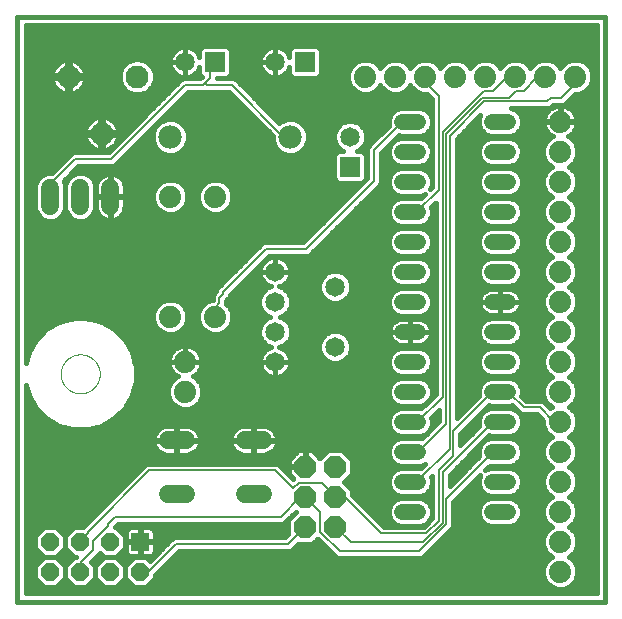
<source format=gbl>
G75*
%MOIN*%
%OFA0B0*%
%FSLAX25Y25*%
%IPPOS*%
%LPD*%
%AMOC8*
5,1,8,0,0,1.08239X$1,22.5*
%
%ADD10C,0.01600*%
%ADD11C,0.07677*%
%ADD12OC8,0.07400*%
%ADD13C,0.07400*%
%ADD14C,0.05200*%
%ADD15C,0.06500*%
%ADD16C,0.06000*%
%ADD17C,0.00000*%
%ADD18R,0.06500X0.06500*%
%ADD19C,0.07800*%
%ADD20R,0.06000X0.06000*%
%ADD21OC8,0.06000*%
%ADD22C,0.00600*%
D10*
X0063516Y0008338D02*
X0259516Y0008338D01*
X0259516Y0203338D01*
X0063516Y0203338D01*
X0063516Y0008338D01*
X0066316Y0011138D02*
X0256716Y0011138D01*
X0256716Y0200538D01*
X0066316Y0200538D01*
X0066316Y0087893D01*
X0067277Y0091479D01*
X0069712Y0095697D01*
X0073157Y0099142D01*
X0077375Y0101577D01*
X0082080Y0102838D01*
X0086952Y0102838D01*
X0091657Y0101577D01*
X0095875Y0099142D01*
X0099320Y0095697D01*
X0101755Y0091479D01*
X0103016Y0086774D01*
X0103016Y0081903D01*
X0101755Y0077197D01*
X0099320Y0072979D01*
X0095875Y0069535D01*
X0091657Y0067099D01*
X0086952Y0065838D01*
X0082080Y0065838D01*
X0077375Y0067099D01*
X0073157Y0069535D01*
X0069712Y0072979D01*
X0067277Y0077197D01*
X0066316Y0080783D01*
X0066316Y0011138D01*
X0066316Y0011665D02*
X0256716Y0011665D01*
X0256716Y0013264D02*
X0247160Y0013264D01*
X0247745Y0013506D02*
X0249348Y0015109D01*
X0250216Y0017204D01*
X0250216Y0019472D01*
X0249348Y0021567D01*
X0247745Y0023170D01*
X0247340Y0023338D01*
X0247745Y0023506D01*
X0249348Y0025109D01*
X0250216Y0027204D01*
X0250216Y0029472D01*
X0249348Y0031567D01*
X0247745Y0033170D01*
X0247340Y0033338D01*
X0247745Y0033506D01*
X0249348Y0035109D01*
X0250216Y0037204D01*
X0250216Y0039472D01*
X0249348Y0041567D01*
X0247745Y0043170D01*
X0247340Y0043338D01*
X0247745Y0043506D01*
X0249348Y0045109D01*
X0250216Y0047204D01*
X0250216Y0049472D01*
X0249348Y0051567D01*
X0247745Y0053170D01*
X0247340Y0053338D01*
X0247745Y0053506D01*
X0249348Y0055109D01*
X0250216Y0057204D01*
X0250216Y0059472D01*
X0249348Y0061567D01*
X0247745Y0063170D01*
X0247340Y0063338D01*
X0247745Y0063506D01*
X0249348Y0065109D01*
X0250216Y0067204D01*
X0250216Y0069472D01*
X0249348Y0071567D01*
X0247745Y0073170D01*
X0247340Y0073338D01*
X0247745Y0073506D01*
X0249348Y0075109D01*
X0250216Y0077204D01*
X0256716Y0077204D01*
X0256716Y0075606D02*
X0249554Y0075606D01*
X0250216Y0077204D02*
X0250216Y0079472D01*
X0249348Y0081567D01*
X0247745Y0083170D01*
X0247340Y0083338D01*
X0247745Y0083506D01*
X0249348Y0085109D01*
X0250216Y0087204D01*
X0250216Y0089472D01*
X0249348Y0091567D01*
X0247745Y0093170D01*
X0247340Y0093338D01*
X0247745Y0093506D01*
X0249348Y0095109D01*
X0250216Y0097204D01*
X0250216Y0099472D01*
X0249348Y0101567D01*
X0247745Y0103170D01*
X0247340Y0103338D01*
X0247745Y0103506D01*
X0249348Y0105109D01*
X0250216Y0107204D01*
X0250216Y0109472D01*
X0249348Y0111567D01*
X0247745Y0113170D01*
X0247340Y0113338D01*
X0247745Y0113506D01*
X0249348Y0115109D01*
X0250216Y0117204D01*
X0250216Y0119472D01*
X0249348Y0121567D01*
X0247745Y0123170D01*
X0247340Y0123338D01*
X0247745Y0123506D01*
X0249348Y0125109D01*
X0250216Y0127204D01*
X0250216Y0129472D01*
X0249348Y0131567D01*
X0247745Y0133170D01*
X0247340Y0133338D01*
X0247745Y0133506D01*
X0249348Y0135109D01*
X0250216Y0137204D01*
X0250216Y0139472D01*
X0249348Y0141567D01*
X0247745Y0143170D01*
X0247340Y0143338D01*
X0247745Y0143506D01*
X0249348Y0145109D01*
X0250216Y0147204D01*
X0250216Y0149472D01*
X0249348Y0151567D01*
X0247745Y0153170D01*
X0247340Y0153338D01*
X0247745Y0153506D01*
X0249348Y0155109D01*
X0250216Y0157204D01*
X0250216Y0159472D01*
X0249348Y0161567D01*
X0247745Y0163170D01*
X0247052Y0163457D01*
X0247399Y0163634D01*
X0248099Y0164143D01*
X0248711Y0164755D01*
X0249220Y0165456D01*
X0249613Y0166227D01*
X0249881Y0167050D01*
X0250016Y0167905D01*
X0250016Y0168138D01*
X0244716Y0168138D01*
X0244716Y0168538D01*
X0250016Y0168538D01*
X0250016Y0168771D01*
X0249881Y0169626D01*
X0249613Y0170449D01*
X0249220Y0171221D01*
X0248711Y0171921D01*
X0248099Y0172533D01*
X0247399Y0173042D01*
X0246627Y0173435D01*
X0245804Y0173703D01*
X0244949Y0173838D01*
X0244716Y0173838D01*
X0244716Y0168538D01*
X0244316Y0168538D01*
X0244316Y0168138D01*
X0239016Y0168138D01*
X0239016Y0167905D01*
X0239151Y0167050D01*
X0239419Y0166227D01*
X0239812Y0165456D01*
X0240321Y0164755D01*
X0240933Y0164143D01*
X0241633Y0163634D01*
X0241980Y0163457D01*
X0241287Y0163170D01*
X0239684Y0161567D01*
X0238816Y0159472D01*
X0238816Y0157204D01*
X0239684Y0155109D01*
X0241287Y0153506D01*
X0241692Y0153338D01*
X0241287Y0153170D01*
X0239684Y0151567D01*
X0238816Y0149472D01*
X0238816Y0147204D01*
X0239684Y0145109D01*
X0241287Y0143506D01*
X0241692Y0143338D01*
X0241287Y0143170D01*
X0239684Y0141567D01*
X0238816Y0139472D01*
X0238816Y0137204D01*
X0239684Y0135109D01*
X0241287Y0133506D01*
X0241692Y0133338D01*
X0241287Y0133170D01*
X0239684Y0131567D01*
X0238816Y0129472D01*
X0238816Y0127204D01*
X0239684Y0125109D01*
X0241287Y0123506D01*
X0241692Y0123338D01*
X0241287Y0123170D01*
X0239684Y0121567D01*
X0238816Y0119472D01*
X0238816Y0117204D01*
X0239684Y0115109D01*
X0241287Y0113506D01*
X0241692Y0113338D01*
X0241287Y0113170D01*
X0239684Y0111567D01*
X0238816Y0109472D01*
X0238816Y0107204D01*
X0239684Y0105109D01*
X0241287Y0103506D01*
X0241692Y0103338D01*
X0241287Y0103170D01*
X0239684Y0101567D01*
X0238816Y0099472D01*
X0238816Y0097204D01*
X0239684Y0095109D01*
X0241287Y0093506D01*
X0241692Y0093338D01*
X0241287Y0093170D01*
X0239684Y0091567D01*
X0238816Y0089472D01*
X0238816Y0087204D01*
X0239684Y0085109D01*
X0241287Y0083506D01*
X0241692Y0083338D01*
X0241287Y0083170D01*
X0239684Y0081567D01*
X0238816Y0079472D01*
X0238816Y0077204D01*
X0231625Y0077204D01*
X0231589Y0077118D02*
X0231716Y0077423D01*
X0231716Y0079253D01*
X0231016Y0080944D01*
X0229722Y0082238D01*
X0228031Y0082938D01*
X0221001Y0082938D01*
X0219310Y0082238D01*
X0218016Y0080944D01*
X0217316Y0079253D01*
X0217316Y0077423D01*
X0217443Y0077118D01*
X0210016Y0069691D01*
X0210016Y0162786D01*
X0217905Y0170674D01*
X0217316Y0169253D01*
X0217316Y0167423D01*
X0218016Y0165733D01*
X0219310Y0164439D01*
X0221001Y0163738D01*
X0228031Y0163738D01*
X0229722Y0164439D01*
X0231016Y0165733D01*
X0231716Y0167423D01*
X0231716Y0169253D01*
X0231016Y0170944D01*
X0229722Y0172238D01*
X0228272Y0172838D01*
X0241069Y0172838D01*
X0242269Y0174038D01*
X0245869Y0174038D01*
X0247216Y0175386D01*
X0249469Y0177638D01*
X0250650Y0177638D01*
X0252745Y0178506D01*
X0254348Y0180109D01*
X0255216Y0182204D01*
X0255216Y0184472D01*
X0254348Y0186567D01*
X0252745Y0188170D01*
X0250650Y0189038D01*
X0248382Y0189038D01*
X0246287Y0188170D01*
X0244684Y0186567D01*
X0244516Y0186162D01*
X0244348Y0186567D01*
X0242745Y0188170D01*
X0240650Y0189038D01*
X0238382Y0189038D01*
X0236287Y0188170D01*
X0234684Y0186567D01*
X0234516Y0186162D01*
X0234348Y0186567D01*
X0232745Y0188170D01*
X0230650Y0189038D01*
X0228382Y0189038D01*
X0226287Y0188170D01*
X0224684Y0186567D01*
X0224516Y0186162D01*
X0224348Y0186567D01*
X0222745Y0188170D01*
X0220650Y0189038D01*
X0218382Y0189038D01*
X0216287Y0188170D01*
X0214684Y0186567D01*
X0214516Y0186162D01*
X0214348Y0186567D01*
X0212745Y0188170D01*
X0210650Y0189038D01*
X0208382Y0189038D01*
X0206287Y0188170D01*
X0204684Y0186567D01*
X0204516Y0186162D01*
X0204348Y0186567D01*
X0202745Y0188170D01*
X0200650Y0189038D01*
X0198382Y0189038D01*
X0196287Y0188170D01*
X0194684Y0186567D01*
X0194516Y0186162D01*
X0194348Y0186567D01*
X0192745Y0188170D01*
X0190650Y0189038D01*
X0188382Y0189038D01*
X0186287Y0188170D01*
X0184684Y0186567D01*
X0184516Y0186162D01*
X0184348Y0186567D01*
X0182745Y0188170D01*
X0180650Y0189038D01*
X0178382Y0189038D01*
X0176287Y0188170D01*
X0174684Y0186567D01*
X0173816Y0184472D01*
X0173816Y0182204D01*
X0174684Y0180109D01*
X0176287Y0178506D01*
X0178382Y0177638D01*
X0180650Y0177638D01*
X0182745Y0178506D01*
X0184348Y0180109D01*
X0184516Y0180514D01*
X0184684Y0180109D01*
X0186287Y0178506D01*
X0188382Y0177638D01*
X0190650Y0177638D01*
X0192745Y0178506D01*
X0194348Y0180109D01*
X0194516Y0180514D01*
X0194684Y0180109D01*
X0196287Y0178506D01*
X0198382Y0177638D01*
X0200163Y0177638D01*
X0201816Y0175986D01*
X0201816Y0146691D01*
X0201127Y0146002D01*
X0201716Y0147423D01*
X0201716Y0149253D01*
X0201016Y0150944D01*
X0199722Y0152238D01*
X0198031Y0152938D01*
X0191001Y0152938D01*
X0189310Y0152238D01*
X0188016Y0150944D01*
X0187316Y0149253D01*
X0187316Y0147423D01*
X0188016Y0145733D01*
X0189310Y0144439D01*
X0191001Y0143738D01*
X0198031Y0143738D01*
X0199452Y0144327D01*
X0198054Y0142929D01*
X0198031Y0142938D01*
X0191001Y0142938D01*
X0189310Y0142238D01*
X0188016Y0140944D01*
X0187316Y0139253D01*
X0187316Y0137423D01*
X0188016Y0135733D01*
X0189310Y0134439D01*
X0191001Y0133738D01*
X0198031Y0133738D01*
X0199722Y0134439D01*
X0201016Y0135733D01*
X0201716Y0137423D01*
X0201716Y0139253D01*
X0201472Y0139842D01*
X0203016Y0141386D01*
X0203016Y0077691D01*
X0198195Y0072870D01*
X0198031Y0072938D01*
X0191001Y0072938D01*
X0189310Y0072238D01*
X0188016Y0070944D01*
X0187316Y0069253D01*
X0187316Y0067423D01*
X0188016Y0065733D01*
X0189310Y0064439D01*
X0191001Y0063738D01*
X0198031Y0063738D01*
X0199722Y0064439D01*
X0201016Y0065733D01*
X0201716Y0067423D01*
X0201716Y0069253D01*
X0201531Y0069700D01*
X0204216Y0072386D01*
X0204216Y0068691D01*
X0198337Y0062812D01*
X0198031Y0062938D01*
X0191001Y0062938D01*
X0189310Y0062238D01*
X0188016Y0060944D01*
X0187316Y0059253D01*
X0187316Y0057423D01*
X0188016Y0055733D01*
X0189310Y0054439D01*
X0191001Y0053738D01*
X0198031Y0053738D01*
X0199452Y0054327D01*
X0198054Y0052929D01*
X0198031Y0052938D01*
X0191001Y0052938D01*
X0189310Y0052238D01*
X0188016Y0050944D01*
X0187316Y0049253D01*
X0187316Y0047423D01*
X0188016Y0045733D01*
X0189310Y0044439D01*
X0191001Y0043738D01*
X0198031Y0043738D01*
X0199722Y0044439D01*
X0201016Y0045733D01*
X0201716Y0047423D01*
X0201716Y0049253D01*
X0201472Y0049842D01*
X0201816Y0050186D01*
X0201816Y0036291D01*
X0198963Y0033438D01*
X0185869Y0033438D01*
X0175216Y0044091D01*
X0175216Y0045699D01*
X0172577Y0048338D01*
X0175216Y0050977D01*
X0175216Y0055699D01*
X0171877Y0059038D01*
X0167155Y0059038D01*
X0164375Y0056258D01*
X0161794Y0058838D01*
X0159716Y0058838D01*
X0159716Y0053538D01*
X0159316Y0053538D01*
X0159316Y0053138D01*
X0154016Y0053138D01*
X0154016Y0051060D01*
X0155601Y0049475D01*
X0155516Y0049391D01*
X0150469Y0054438D01*
X0106563Y0054438D01*
X0105216Y0053091D01*
X0085463Y0033338D01*
X0082445Y0033338D01*
X0079516Y0030409D01*
X0076587Y0033338D01*
X0072445Y0033338D01*
X0069516Y0030409D01*
X0069516Y0026267D01*
X0072445Y0023338D01*
X0069516Y0020409D01*
X0069516Y0016267D01*
X0072445Y0013338D01*
X0076587Y0013338D01*
X0079516Y0016267D01*
X0079516Y0020409D01*
X0076587Y0023338D01*
X0072445Y0023338D01*
X0076587Y0023338D01*
X0079516Y0026267D01*
X0079516Y0030409D01*
X0079516Y0026267D01*
X0082445Y0023338D01*
X0079516Y0020409D01*
X0079516Y0016267D01*
X0082445Y0013338D01*
X0086587Y0013338D01*
X0089516Y0016267D01*
X0092445Y0013338D01*
X0096587Y0013338D01*
X0099516Y0016267D01*
X0099516Y0020409D01*
X0096587Y0023338D01*
X0092445Y0023338D01*
X0089516Y0020409D01*
X0089516Y0016267D01*
X0089516Y0020409D01*
X0088178Y0021747D01*
X0089869Y0023438D01*
X0091107Y0024676D01*
X0092445Y0023338D01*
X0096587Y0023338D01*
X0099516Y0026267D01*
X0099516Y0030409D01*
X0096587Y0033338D01*
X0096169Y0033338D01*
X0097069Y0034238D01*
X0152269Y0034238D01*
X0156412Y0038381D01*
X0156455Y0038338D01*
X0153816Y0035699D01*
X0153816Y0030977D01*
X0153859Y0030934D01*
X0152763Y0029838D01*
X0115563Y0029838D01*
X0114216Y0028491D01*
X0107825Y0022100D01*
X0106587Y0023338D01*
X0102445Y0023338D01*
X0099516Y0020409D01*
X0099516Y0016267D01*
X0102445Y0013338D01*
X0106587Y0013338D01*
X0109516Y0016267D01*
X0109516Y0017286D01*
X0117469Y0025238D01*
X0154669Y0025238D01*
X0157112Y0027681D01*
X0157155Y0027638D01*
X0161877Y0027638D01*
X0163620Y0029381D01*
X0170163Y0022838D01*
X0198469Y0022838D01*
X0199816Y0024186D01*
X0207469Y0031838D01*
X0208816Y0033186D01*
X0208816Y0041586D01*
X0217905Y0050674D01*
X0217316Y0049253D01*
X0217316Y0047423D01*
X0218016Y0045733D01*
X0219310Y0044439D01*
X0221001Y0043738D01*
X0228031Y0043738D01*
X0229722Y0044439D01*
X0231016Y0045733D01*
X0231716Y0047423D01*
X0231716Y0049253D01*
X0231016Y0050944D01*
X0229722Y0052238D01*
X0228031Y0052938D01*
X0221001Y0052938D01*
X0219580Y0052350D01*
X0220978Y0053748D01*
X0221001Y0053738D01*
X0228031Y0053738D01*
X0229722Y0054439D01*
X0231016Y0055733D01*
X0231716Y0057423D01*
X0231716Y0059253D01*
X0231016Y0060944D01*
X0229722Y0062238D01*
X0228031Y0062938D01*
X0221001Y0062938D01*
X0219310Y0062238D01*
X0218016Y0060944D01*
X0217316Y0059253D01*
X0217316Y0057423D01*
X0217560Y0056835D01*
X0207616Y0046891D01*
X0207616Y0050586D01*
X0220837Y0063806D01*
X0221001Y0063738D01*
X0228031Y0063738D01*
X0229722Y0064439D01*
X0231016Y0065733D01*
X0231716Y0067423D01*
X0231716Y0069253D01*
X0231016Y0070944D01*
X0229722Y0072238D01*
X0228031Y0072938D01*
X0221001Y0072938D01*
X0219310Y0072238D01*
X0218016Y0070944D01*
X0217316Y0069253D01*
X0217316Y0067423D01*
X0217501Y0066976D01*
X0211216Y0060691D01*
X0211216Y0064386D01*
X0220695Y0073865D01*
X0221001Y0073738D01*
X0228031Y0073738D01*
X0228337Y0073865D01*
X0230016Y0072186D01*
X0231363Y0070838D01*
X0236763Y0070838D01*
X0238816Y0068786D01*
X0238816Y0067204D01*
X0239684Y0065109D01*
X0241287Y0063506D01*
X0241692Y0063338D01*
X0241287Y0063170D01*
X0239684Y0061567D01*
X0238816Y0059472D01*
X0238816Y0057204D01*
X0239684Y0055109D01*
X0241287Y0053506D01*
X0241692Y0053338D01*
X0241287Y0053170D01*
X0239684Y0051567D01*
X0238816Y0049472D01*
X0238816Y0047204D01*
X0239684Y0045109D01*
X0241287Y0043506D01*
X0241692Y0043338D01*
X0241287Y0043170D01*
X0239684Y0041567D01*
X0238816Y0039472D01*
X0238816Y0037204D01*
X0239684Y0035109D01*
X0241287Y0033506D01*
X0241692Y0033338D01*
X0241287Y0033170D01*
X0239684Y0031567D01*
X0238816Y0029472D01*
X0238816Y0027204D01*
X0239684Y0025109D01*
X0241287Y0023506D01*
X0241692Y0023338D01*
X0241287Y0023170D01*
X0239684Y0021567D01*
X0238816Y0019472D01*
X0238816Y0017204D01*
X0239684Y0015109D01*
X0241287Y0013506D01*
X0243382Y0012638D01*
X0245650Y0012638D01*
X0247745Y0013506D01*
X0249101Y0014862D02*
X0256716Y0014862D01*
X0256716Y0016461D02*
X0249908Y0016461D01*
X0250216Y0018059D02*
X0256716Y0018059D01*
X0256716Y0019658D02*
X0250139Y0019658D01*
X0249477Y0021256D02*
X0256716Y0021256D01*
X0256716Y0022855D02*
X0248060Y0022855D01*
X0248692Y0024453D02*
X0256716Y0024453D01*
X0256716Y0026052D02*
X0249739Y0026052D01*
X0250216Y0027650D02*
X0256716Y0027650D01*
X0256716Y0029249D02*
X0250216Y0029249D01*
X0249646Y0030847D02*
X0256716Y0030847D01*
X0256716Y0032446D02*
X0248469Y0032446D01*
X0248283Y0034044D02*
X0256716Y0034044D01*
X0256716Y0035643D02*
X0249569Y0035643D01*
X0250216Y0037241D02*
X0256716Y0037241D01*
X0256716Y0038840D02*
X0250216Y0038840D01*
X0249816Y0040438D02*
X0256716Y0040438D01*
X0256716Y0042037D02*
X0248878Y0042037D01*
X0247874Y0043635D02*
X0256716Y0043635D01*
X0256716Y0045234D02*
X0249400Y0045234D01*
X0250062Y0046833D02*
X0256716Y0046833D01*
X0256716Y0048431D02*
X0250216Y0048431D01*
X0249985Y0050030D02*
X0256716Y0050030D01*
X0256716Y0051628D02*
X0249287Y0051628D01*
X0247609Y0053227D02*
X0256716Y0053227D01*
X0256716Y0054825D02*
X0249064Y0054825D01*
X0249893Y0056424D02*
X0256716Y0056424D01*
X0256716Y0058022D02*
X0250216Y0058022D01*
X0250154Y0059621D02*
X0256716Y0059621D01*
X0256716Y0061219D02*
X0249492Y0061219D01*
X0248098Y0062818D02*
X0256716Y0062818D01*
X0256716Y0064416D02*
X0248655Y0064416D01*
X0249723Y0066015D02*
X0256716Y0066015D01*
X0256716Y0067613D02*
X0250216Y0067613D01*
X0250216Y0069212D02*
X0256716Y0069212D01*
X0256716Y0070810D02*
X0249662Y0070810D01*
X0248506Y0072409D02*
X0256716Y0072409D01*
X0256716Y0074007D02*
X0248246Y0074007D01*
X0250216Y0078803D02*
X0256716Y0078803D01*
X0256716Y0080401D02*
X0249831Y0080401D01*
X0248915Y0082000D02*
X0256716Y0082000D01*
X0256716Y0083598D02*
X0247837Y0083598D01*
X0249384Y0085197D02*
X0256716Y0085197D01*
X0256716Y0086795D02*
X0250046Y0086795D01*
X0250216Y0088394D02*
X0256716Y0088394D01*
X0256716Y0089992D02*
X0250000Y0089992D01*
X0249324Y0091591D02*
X0256716Y0091591D01*
X0256716Y0093189D02*
X0247699Y0093189D01*
X0249027Y0094788D02*
X0256716Y0094788D01*
X0256716Y0096386D02*
X0249877Y0096386D01*
X0250216Y0097985D02*
X0256716Y0097985D01*
X0256716Y0099583D02*
X0250170Y0099583D01*
X0249508Y0101182D02*
X0256716Y0101182D01*
X0256716Y0102780D02*
X0248135Y0102780D01*
X0248618Y0104379D02*
X0256716Y0104379D01*
X0256716Y0105977D02*
X0249708Y0105977D01*
X0250216Y0107576D02*
X0256716Y0107576D01*
X0256716Y0109174D02*
X0250216Y0109174D01*
X0249677Y0110773D02*
X0256716Y0110773D01*
X0256716Y0112371D02*
X0248544Y0112371D01*
X0248209Y0113970D02*
X0256716Y0113970D01*
X0256716Y0115568D02*
X0249538Y0115568D01*
X0250200Y0117167D02*
X0256716Y0117167D01*
X0256716Y0118766D02*
X0250216Y0118766D01*
X0249846Y0120364D02*
X0256716Y0120364D01*
X0256716Y0121963D02*
X0248953Y0121963D01*
X0247800Y0123561D02*
X0256716Y0123561D01*
X0256716Y0125160D02*
X0249369Y0125160D01*
X0250031Y0126758D02*
X0256716Y0126758D01*
X0256716Y0128357D02*
X0250216Y0128357D01*
X0250016Y0129955D02*
X0256716Y0129955D01*
X0256716Y0131554D02*
X0249354Y0131554D01*
X0247763Y0133152D02*
X0256716Y0133152D01*
X0256716Y0134751D02*
X0248989Y0134751D01*
X0249862Y0136349D02*
X0256716Y0136349D01*
X0256716Y0137948D02*
X0250216Y0137948D01*
X0250185Y0139546D02*
X0256716Y0139546D01*
X0256716Y0141145D02*
X0249523Y0141145D01*
X0248172Y0142743D02*
X0256716Y0142743D01*
X0256716Y0144342D02*
X0248580Y0144342D01*
X0249692Y0145940D02*
X0256716Y0145940D01*
X0256716Y0147539D02*
X0250216Y0147539D01*
X0250216Y0149137D02*
X0256716Y0149137D01*
X0256716Y0150736D02*
X0249692Y0150736D01*
X0248581Y0152334D02*
X0256716Y0152334D01*
X0256716Y0153933D02*
X0248172Y0153933D01*
X0249523Y0155531D02*
X0256716Y0155531D01*
X0256716Y0157130D02*
X0250185Y0157130D01*
X0250216Y0158728D02*
X0256716Y0158728D01*
X0256716Y0160327D02*
X0249862Y0160327D01*
X0248990Y0161925D02*
X0256716Y0161925D01*
X0256716Y0163524D02*
X0247182Y0163524D01*
X0248978Y0165122D02*
X0256716Y0165122D01*
X0256716Y0166721D02*
X0249773Y0166721D01*
X0249786Y0169918D02*
X0256716Y0169918D01*
X0256716Y0171516D02*
X0249005Y0171516D01*
X0247256Y0173115D02*
X0256716Y0173115D01*
X0256716Y0174713D02*
X0246544Y0174713D01*
X0248142Y0176312D02*
X0256716Y0176312D01*
X0256716Y0177910D02*
X0251307Y0177910D01*
X0253748Y0179509D02*
X0256716Y0179509D01*
X0256716Y0181107D02*
X0254762Y0181107D01*
X0255216Y0182706D02*
X0256716Y0182706D01*
X0256716Y0184304D02*
X0255216Y0184304D01*
X0254623Y0185903D02*
X0256716Y0185903D01*
X0256716Y0187502D02*
X0253414Y0187502D01*
X0256716Y0189100D02*
X0164766Y0189100D01*
X0164766Y0187502D02*
X0175618Y0187502D01*
X0174409Y0185903D02*
X0164766Y0185903D01*
X0164766Y0184304D02*
X0173816Y0184304D01*
X0173816Y0182706D02*
X0136201Y0182706D01*
X0136069Y0182838D02*
X0130216Y0182838D01*
X0130216Y0183088D01*
X0133594Y0183088D01*
X0134766Y0184260D01*
X0134766Y0192417D01*
X0133594Y0193588D01*
X0125438Y0193588D01*
X0124266Y0192417D01*
X0124266Y0190061D01*
X0124196Y0190277D01*
X0123835Y0190985D01*
X0123368Y0191628D01*
X0122806Y0192190D01*
X0122163Y0192657D01*
X0121454Y0193018D01*
X0120698Y0193264D01*
X0119913Y0193388D01*
X0119516Y0193388D01*
X0119516Y0188338D01*
X0119516Y0183288D01*
X0119913Y0183288D01*
X0120698Y0183413D01*
X0121454Y0183658D01*
X0122163Y0184019D01*
X0122806Y0184486D01*
X0123368Y0185048D01*
X0123835Y0185691D01*
X0124196Y0186400D01*
X0124266Y0186615D01*
X0124266Y0184260D01*
X0125125Y0183400D01*
X0124563Y0182838D01*
X0118563Y0182838D01*
X0117216Y0181491D01*
X0093963Y0158238D01*
X0081963Y0158238D01*
X0080616Y0156891D01*
X0075063Y0151338D01*
X0073521Y0151338D01*
X0071684Y0150577D01*
X0070277Y0149170D01*
X0069516Y0147333D01*
X0069516Y0139344D01*
X0070277Y0137506D01*
X0071684Y0136099D01*
X0073521Y0135338D01*
X0075511Y0135338D01*
X0077348Y0136099D01*
X0078755Y0137506D01*
X0079516Y0139344D01*
X0079516Y0147333D01*
X0078944Y0148714D01*
X0083869Y0153638D01*
X0095869Y0153638D01*
X0120469Y0178238D01*
X0134163Y0178238D01*
X0148616Y0163786D01*
X0148616Y0162165D01*
X0149514Y0159996D01*
X0151174Y0158336D01*
X0153342Y0157438D01*
X0155690Y0157438D01*
X0157858Y0158336D01*
X0159518Y0159996D01*
X0160416Y0162165D01*
X0160416Y0164512D01*
X0159518Y0166680D01*
X0157858Y0168340D01*
X0155690Y0169238D01*
X0153342Y0169238D01*
X0151174Y0168340D01*
X0150870Y0168036D01*
X0137416Y0181491D01*
X0136069Y0182838D01*
X0134766Y0184304D02*
X0146476Y0184304D01*
X0146226Y0184486D02*
X0146869Y0184019D01*
X0147577Y0183658D01*
X0148333Y0183413D01*
X0149119Y0183288D01*
X0149516Y0183288D01*
X0149913Y0183288D01*
X0150698Y0183413D01*
X0151454Y0183658D01*
X0152163Y0184019D01*
X0152806Y0184486D01*
X0153368Y0185048D01*
X0153835Y0185691D01*
X0154196Y0186400D01*
X0154266Y0186615D01*
X0154266Y0184260D01*
X0155438Y0183088D01*
X0163594Y0183088D01*
X0164766Y0184260D01*
X0164766Y0192417D01*
X0163594Y0193588D01*
X0155438Y0193588D01*
X0154266Y0192417D01*
X0154266Y0190061D01*
X0154196Y0190277D01*
X0153835Y0190985D01*
X0153368Y0191628D01*
X0152806Y0192190D01*
X0152163Y0192657D01*
X0151454Y0193018D01*
X0150698Y0193264D01*
X0149913Y0193388D01*
X0149516Y0193388D01*
X0149516Y0188338D01*
X0149516Y0183288D01*
X0149516Y0188338D01*
X0149516Y0188338D01*
X0144466Y0188338D01*
X0144466Y0187941D01*
X0144590Y0187156D01*
X0144836Y0186400D01*
X0145197Y0185691D01*
X0145664Y0185048D01*
X0146226Y0184486D01*
X0145089Y0185903D02*
X0134766Y0185903D01*
X0134766Y0187502D02*
X0144536Y0187502D01*
X0144466Y0188338D02*
X0149516Y0188338D01*
X0149516Y0188338D01*
X0149516Y0188338D01*
X0149516Y0193388D01*
X0149119Y0193388D01*
X0148333Y0193264D01*
X0147577Y0193018D01*
X0146869Y0192657D01*
X0146226Y0192190D01*
X0145664Y0191628D01*
X0145197Y0190985D01*
X0144836Y0190277D01*
X0144590Y0189521D01*
X0144466Y0188736D01*
X0144466Y0188338D01*
X0144524Y0189100D02*
X0134766Y0189100D01*
X0134766Y0190699D02*
X0145051Y0190699D01*
X0146373Y0192297D02*
X0134766Y0192297D01*
X0124266Y0192297D02*
X0122659Y0192297D01*
X0123981Y0190699D02*
X0124266Y0190699D01*
X0119516Y0190699D02*
X0119516Y0190699D01*
X0119516Y0192297D02*
X0119516Y0192297D01*
X0119516Y0193388D02*
X0119119Y0193388D01*
X0118333Y0193264D01*
X0117577Y0193018D01*
X0116869Y0192657D01*
X0116226Y0192190D01*
X0115664Y0191628D01*
X0115197Y0190985D01*
X0114836Y0190277D01*
X0114590Y0189521D01*
X0114466Y0188736D01*
X0114466Y0188338D01*
X0114466Y0187941D01*
X0114590Y0187156D01*
X0114836Y0186400D01*
X0115197Y0185691D01*
X0115664Y0185048D01*
X0116226Y0184486D01*
X0116869Y0184019D01*
X0117577Y0183658D01*
X0118333Y0183413D01*
X0119119Y0183288D01*
X0119516Y0183288D01*
X0119516Y0188338D01*
X0119516Y0188338D01*
X0114466Y0188338D01*
X0119516Y0188338D01*
X0119516Y0188338D01*
X0119516Y0188338D01*
X0119516Y0193388D01*
X0116373Y0192297D02*
X0066316Y0192297D01*
X0066316Y0190699D02*
X0115051Y0190699D01*
X0114524Y0189100D02*
X0104800Y0189100D01*
X0104614Y0189177D02*
X0102292Y0189177D01*
X0100146Y0188288D01*
X0098503Y0186645D01*
X0097614Y0184500D01*
X0097614Y0182177D01*
X0098503Y0180031D01*
X0100146Y0178388D01*
X0102292Y0177500D01*
X0104614Y0177500D01*
X0106760Y0178388D01*
X0108403Y0180031D01*
X0109292Y0182177D01*
X0109292Y0184500D01*
X0108403Y0186645D01*
X0106760Y0188288D01*
X0104614Y0189177D01*
X0102106Y0189100D02*
X0066316Y0189100D01*
X0066316Y0187502D02*
X0076807Y0187502D01*
X0076945Y0187639D02*
X0076317Y0187011D01*
X0075796Y0186293D01*
X0075393Y0185503D01*
X0075119Y0184659D01*
X0074985Y0183818D01*
X0080139Y0183818D01*
X0080139Y0188971D01*
X0079298Y0188838D01*
X0078454Y0188564D01*
X0077663Y0188161D01*
X0076945Y0187639D01*
X0075597Y0185903D02*
X0066316Y0185903D01*
X0066316Y0184304D02*
X0075063Y0184304D01*
X0074985Y0182859D02*
X0075119Y0182018D01*
X0075393Y0181174D01*
X0075796Y0180383D01*
X0076317Y0179665D01*
X0076945Y0179037D01*
X0077663Y0178516D01*
X0078454Y0178113D01*
X0079298Y0177838D01*
X0080139Y0177705D01*
X0080139Y0182859D01*
X0074985Y0182859D01*
X0075010Y0182706D02*
X0066316Y0182706D01*
X0066316Y0181107D02*
X0075427Y0181107D01*
X0076473Y0179509D02*
X0066316Y0179509D01*
X0066316Y0177910D02*
X0079076Y0177910D01*
X0080139Y0177910D02*
X0081098Y0177910D01*
X0081098Y0177705D02*
X0081939Y0177838D01*
X0082783Y0178113D01*
X0083574Y0178516D01*
X0084292Y0179037D01*
X0084919Y0179665D01*
X0085441Y0180383D01*
X0085844Y0181174D01*
X0086118Y0182018D01*
X0086251Y0182859D01*
X0081098Y0182859D01*
X0081098Y0183818D01*
X0080139Y0183818D01*
X0080139Y0182859D01*
X0081098Y0182859D01*
X0081098Y0177705D01*
X0082160Y0177910D02*
X0101300Y0177910D01*
X0099025Y0179509D02*
X0084763Y0179509D01*
X0085810Y0181107D02*
X0098057Y0181107D01*
X0097614Y0182706D02*
X0086227Y0182706D01*
X0086251Y0183818D02*
X0086118Y0184659D01*
X0085844Y0185503D01*
X0085441Y0186293D01*
X0084919Y0187011D01*
X0084292Y0187639D01*
X0083574Y0188161D01*
X0082783Y0188564D01*
X0081939Y0188838D01*
X0081098Y0188971D01*
X0081098Y0183818D01*
X0086251Y0183818D01*
X0086174Y0184304D02*
X0097614Y0184304D01*
X0098196Y0185903D02*
X0085640Y0185903D01*
X0084429Y0187502D02*
X0099359Y0187502D01*
X0107547Y0187502D02*
X0114536Y0187502D01*
X0115089Y0185903D02*
X0108710Y0185903D01*
X0109292Y0184304D02*
X0116476Y0184304D01*
X0118431Y0182706D02*
X0109292Y0182706D01*
X0108849Y0181107D02*
X0116833Y0181107D01*
X0115234Y0179509D02*
X0107881Y0179509D01*
X0105606Y0177910D02*
X0113636Y0177910D01*
X0112037Y0176312D02*
X0066316Y0176312D01*
X0066316Y0174713D02*
X0110438Y0174713D01*
X0108840Y0173115D02*
X0066316Y0173115D01*
X0066316Y0171516D02*
X0107241Y0171516D01*
X0105643Y0169918D02*
X0093031Y0169918D01*
X0092962Y0169940D02*
X0092121Y0170073D01*
X0092121Y0164920D01*
X0091162Y0164920D01*
X0091162Y0163961D01*
X0086009Y0163961D01*
X0086142Y0163120D01*
X0086416Y0162276D01*
X0086819Y0161485D01*
X0087341Y0160767D01*
X0087969Y0160140D01*
X0088687Y0159618D01*
X0089477Y0159215D01*
X0090322Y0158941D01*
X0091162Y0158808D01*
X0091162Y0163961D01*
X0092121Y0163961D01*
X0092121Y0158808D01*
X0092962Y0158941D01*
X0093806Y0159215D01*
X0094597Y0159618D01*
X0095315Y0160140D01*
X0095943Y0160767D01*
X0096464Y0161485D01*
X0096867Y0162276D01*
X0097142Y0163120D01*
X0097275Y0163961D01*
X0092122Y0163961D01*
X0092122Y0164920D01*
X0097275Y0164920D01*
X0097142Y0165761D01*
X0096867Y0166605D01*
X0096464Y0167396D01*
X0095943Y0168114D01*
X0095315Y0168741D01*
X0094597Y0169263D01*
X0093806Y0169666D01*
X0092962Y0169940D01*
X0092121Y0169918D02*
X0091162Y0169918D01*
X0091162Y0170073D02*
X0090322Y0169940D01*
X0089477Y0169666D01*
X0088687Y0169263D01*
X0087969Y0168741D01*
X0087341Y0168114D01*
X0086819Y0167396D01*
X0086416Y0166605D01*
X0086142Y0165761D01*
X0086009Y0164920D01*
X0091162Y0164920D01*
X0091162Y0170073D01*
X0090253Y0169918D02*
X0066316Y0169918D01*
X0066316Y0168319D02*
X0087547Y0168319D01*
X0086475Y0166721D02*
X0066316Y0166721D01*
X0066316Y0165122D02*
X0086041Y0165122D01*
X0086078Y0163524D02*
X0066316Y0163524D01*
X0066316Y0161925D02*
X0086595Y0161925D01*
X0087782Y0160327D02*
X0066316Y0160327D01*
X0066316Y0158728D02*
X0094453Y0158728D01*
X0095502Y0160327D02*
X0096052Y0160327D01*
X0096689Y0161925D02*
X0097650Y0161925D01*
X0097206Y0163524D02*
X0099249Y0163524D01*
X0100847Y0165122D02*
X0097243Y0165122D01*
X0096808Y0166721D02*
X0102446Y0166721D01*
X0104044Y0168319D02*
X0095737Y0168319D01*
X0092121Y0168319D02*
X0091162Y0168319D01*
X0091162Y0166721D02*
X0092121Y0166721D01*
X0092121Y0165122D02*
X0091162Y0165122D01*
X0091162Y0163524D02*
X0092121Y0163524D01*
X0092121Y0161925D02*
X0091162Y0161925D01*
X0091162Y0160327D02*
X0092121Y0160327D01*
X0097762Y0155531D02*
X0169266Y0155531D01*
X0169266Y0153933D02*
X0096163Y0153933D01*
X0095640Y0151020D02*
X0094894Y0151138D01*
X0094716Y0151138D01*
X0094716Y0143538D01*
X0099316Y0143538D01*
X0099316Y0146716D01*
X0099198Y0147462D01*
X0098964Y0148181D01*
X0098621Y0148854D01*
X0098177Y0149465D01*
X0097643Y0149999D01*
X0097032Y0150444D01*
X0096359Y0150787D01*
X0095640Y0151020D01*
X0096458Y0150736D02*
X0169266Y0150736D01*
X0169266Y0149260D02*
X0170438Y0148088D01*
X0178594Y0148088D01*
X0179766Y0149260D01*
X0179766Y0157417D01*
X0178594Y0158588D01*
X0176767Y0158588D01*
X0177490Y0158887D01*
X0178967Y0160364D01*
X0179766Y0162294D01*
X0179766Y0164382D01*
X0178967Y0166312D01*
X0177490Y0167789D01*
X0175560Y0168588D01*
X0173472Y0168588D01*
X0171542Y0167789D01*
X0170065Y0166312D01*
X0169266Y0164382D01*
X0169266Y0162294D01*
X0170065Y0160364D01*
X0171542Y0158887D01*
X0172265Y0158588D01*
X0170438Y0158588D01*
X0169266Y0157417D01*
X0169266Y0149260D01*
X0169388Y0149137D02*
X0098415Y0149137D01*
X0099173Y0147539D02*
X0110655Y0147539D01*
X0111287Y0148170D02*
X0109684Y0146567D01*
X0108816Y0144472D01*
X0108816Y0142204D01*
X0109684Y0140109D01*
X0111287Y0138506D01*
X0113382Y0137638D01*
X0115650Y0137638D01*
X0117745Y0138506D01*
X0119348Y0140109D01*
X0120216Y0142204D01*
X0120216Y0144472D01*
X0119348Y0146567D01*
X0117745Y0148170D01*
X0115650Y0149038D01*
X0113382Y0149038D01*
X0111287Y0148170D01*
X0109424Y0145940D02*
X0099316Y0145940D01*
X0099316Y0144342D02*
X0108816Y0144342D01*
X0108816Y0142743D02*
X0099316Y0142743D01*
X0099316Y0143138D02*
X0094716Y0143138D01*
X0094716Y0135538D01*
X0094894Y0135538D01*
X0095640Y0135656D01*
X0096359Y0135890D01*
X0097032Y0136233D01*
X0097643Y0136677D01*
X0098177Y0137211D01*
X0098621Y0137822D01*
X0098964Y0138496D01*
X0099198Y0139214D01*
X0099316Y0139960D01*
X0099316Y0143138D01*
X0099316Y0141145D02*
X0109255Y0141145D01*
X0110247Y0139546D02*
X0099250Y0139546D01*
X0098685Y0137948D02*
X0112635Y0137948D01*
X0116397Y0137948D02*
X0127635Y0137948D01*
X0128382Y0137638D02*
X0126287Y0138506D01*
X0124684Y0140109D01*
X0123816Y0142204D01*
X0123816Y0144472D01*
X0124684Y0146567D01*
X0126287Y0148170D01*
X0128382Y0149038D01*
X0130650Y0149038D01*
X0132745Y0148170D01*
X0134348Y0146567D01*
X0135216Y0144472D01*
X0135216Y0142204D01*
X0134348Y0140109D01*
X0132745Y0138506D01*
X0130650Y0137638D01*
X0128382Y0137638D01*
X0131397Y0137948D02*
X0168473Y0137948D01*
X0170071Y0139546D02*
X0133785Y0139546D01*
X0134777Y0141145D02*
X0171670Y0141145D01*
X0173268Y0142743D02*
X0135216Y0142743D01*
X0135216Y0144342D02*
X0174867Y0144342D01*
X0176465Y0145940D02*
X0134608Y0145940D01*
X0133376Y0147539D02*
X0178064Y0147539D01*
X0179643Y0149137D02*
X0179662Y0149137D01*
X0180216Y0149691D02*
X0158763Y0128238D01*
X0145563Y0128238D01*
X0131163Y0113838D01*
X0129816Y0112491D01*
X0129816Y0111891D01*
X0128616Y0110691D01*
X0128616Y0109038D01*
X0128382Y0109038D01*
X0126287Y0108170D01*
X0124684Y0106567D01*
X0123816Y0104472D01*
X0123816Y0102204D01*
X0124684Y0100109D01*
X0126287Y0098506D01*
X0128382Y0097638D01*
X0130650Y0097638D01*
X0132745Y0098506D01*
X0134348Y0100109D01*
X0135216Y0102204D01*
X0135216Y0104472D01*
X0134348Y0106567D01*
X0133216Y0107699D01*
X0133216Y0108786D01*
X0134416Y0109986D01*
X0134416Y0110586D01*
X0147469Y0123638D01*
X0160669Y0123638D01*
X0162016Y0124986D01*
X0184816Y0147786D01*
X0184816Y0157986D01*
X0190695Y0163865D01*
X0191001Y0163738D01*
X0198031Y0163738D01*
X0199722Y0164439D01*
X0201016Y0165733D01*
X0201716Y0167423D01*
X0201716Y0169253D01*
X0201016Y0170944D01*
X0199722Y0172238D01*
X0198031Y0172938D01*
X0191001Y0172938D01*
X0189310Y0172238D01*
X0188016Y0170944D01*
X0187316Y0169253D01*
X0187316Y0167423D01*
X0187443Y0167117D01*
X0181563Y0161238D01*
X0180216Y0159891D01*
X0180216Y0149691D01*
X0180216Y0150736D02*
X0179766Y0150736D01*
X0179766Y0152334D02*
X0180216Y0152334D01*
X0180216Y0153933D02*
X0179766Y0153933D01*
X0179766Y0155531D02*
X0180216Y0155531D01*
X0180216Y0157130D02*
X0179766Y0157130D01*
X0180216Y0158728D02*
X0177106Y0158728D01*
X0178929Y0160327D02*
X0180652Y0160327D01*
X0179613Y0161925D02*
X0182250Y0161925D01*
X0183849Y0163524D02*
X0179766Y0163524D01*
X0179459Y0165122D02*
X0185447Y0165122D01*
X0187046Y0166721D02*
X0178558Y0166721D01*
X0176209Y0168319D02*
X0187316Y0168319D01*
X0187591Y0169918D02*
X0148989Y0169918D01*
X0147390Y0171516D02*
X0188589Y0171516D01*
X0187725Y0177910D02*
X0181307Y0177910D01*
X0183748Y0179509D02*
X0185284Y0179509D01*
X0191307Y0177910D02*
X0197725Y0177910D01*
X0195284Y0179509D02*
X0193748Y0179509D01*
X0201490Y0176312D02*
X0142595Y0176312D01*
X0144193Y0174713D02*
X0201816Y0174713D01*
X0201816Y0173115D02*
X0145792Y0173115D01*
X0142484Y0169918D02*
X0112148Y0169918D01*
X0113342Y0169238D02*
X0111174Y0168340D01*
X0109514Y0166680D01*
X0108616Y0164512D01*
X0108616Y0162165D01*
X0109514Y0159996D01*
X0111174Y0158336D01*
X0113342Y0157438D01*
X0115690Y0157438D01*
X0117858Y0158336D01*
X0119518Y0159996D01*
X0120416Y0162165D01*
X0120416Y0164512D01*
X0119518Y0166680D01*
X0117858Y0168340D01*
X0115690Y0169238D01*
X0113342Y0169238D01*
X0113747Y0171516D02*
X0140885Y0171516D01*
X0139287Y0173115D02*
X0115345Y0173115D01*
X0116944Y0174713D02*
X0137688Y0174713D01*
X0136090Y0176312D02*
X0118542Y0176312D01*
X0120141Y0177910D02*
X0134491Y0177910D01*
X0137799Y0181107D02*
X0174270Y0181107D01*
X0175284Y0179509D02*
X0139398Y0179509D01*
X0140996Y0177910D02*
X0177725Y0177910D01*
X0172823Y0168319D02*
X0157879Y0168319D01*
X0159477Y0166721D02*
X0170474Y0166721D01*
X0169572Y0165122D02*
X0160163Y0165122D01*
X0160416Y0163524D02*
X0169266Y0163524D01*
X0169419Y0161925D02*
X0160317Y0161925D01*
X0159655Y0160327D02*
X0170103Y0160327D01*
X0171926Y0158728D02*
X0158250Y0158728D01*
X0150782Y0158728D02*
X0118250Y0158728D01*
X0119655Y0160327D02*
X0149377Y0160327D01*
X0148715Y0161925D02*
X0120317Y0161925D01*
X0120416Y0163524D02*
X0148616Y0163524D01*
X0147279Y0165122D02*
X0120163Y0165122D01*
X0119477Y0166721D02*
X0145681Y0166721D01*
X0144082Y0168319D02*
X0117879Y0168319D01*
X0111153Y0168319D02*
X0110550Y0168319D01*
X0109555Y0166721D02*
X0108951Y0166721D01*
X0108869Y0165122D02*
X0107353Y0165122D01*
X0108616Y0163524D02*
X0105754Y0163524D01*
X0104156Y0161925D02*
X0108715Y0161925D01*
X0109377Y0160327D02*
X0102557Y0160327D01*
X0100959Y0158728D02*
X0110782Y0158728D01*
X0099360Y0157130D02*
X0169266Y0157130D01*
X0169266Y0152334D02*
X0082565Y0152334D01*
X0083521Y0151338D02*
X0081684Y0150577D01*
X0080277Y0149170D01*
X0079516Y0147333D01*
X0079516Y0139344D01*
X0080277Y0137506D01*
X0081684Y0136099D01*
X0083521Y0135338D01*
X0085511Y0135338D01*
X0087348Y0136099D01*
X0088755Y0137506D01*
X0089516Y0139344D01*
X0089516Y0147333D01*
X0088755Y0149170D01*
X0087348Y0150577D01*
X0085511Y0151338D01*
X0083521Y0151338D01*
X0082067Y0150736D02*
X0080966Y0150736D01*
X0080263Y0149137D02*
X0079368Y0149137D01*
X0079431Y0147539D02*
X0079601Y0147539D01*
X0079516Y0145940D02*
X0079516Y0145940D01*
X0079516Y0144342D02*
X0079516Y0144342D01*
X0079516Y0142743D02*
X0079516Y0142743D01*
X0079516Y0141145D02*
X0079516Y0141145D01*
X0079516Y0139546D02*
X0079516Y0139546D01*
X0078938Y0137948D02*
X0080094Y0137948D01*
X0081434Y0136349D02*
X0077598Y0136349D01*
X0071434Y0136349D02*
X0066316Y0136349D01*
X0066316Y0134751D02*
X0165276Y0134751D01*
X0166874Y0136349D02*
X0097192Y0136349D01*
X0094716Y0136349D02*
X0094316Y0136349D01*
X0094316Y0135538D02*
X0094316Y0143138D01*
X0094716Y0143138D01*
X0094716Y0143538D01*
X0094316Y0143538D01*
X0094316Y0143138D01*
X0089716Y0143138D01*
X0089716Y0139960D01*
X0089834Y0139214D01*
X0090068Y0138496D01*
X0090411Y0137822D01*
X0090855Y0137211D01*
X0091389Y0136677D01*
X0092000Y0136233D01*
X0092673Y0135890D01*
X0093392Y0135656D01*
X0094138Y0135538D01*
X0094316Y0135538D01*
X0094316Y0137948D02*
X0094716Y0137948D01*
X0094716Y0139546D02*
X0094316Y0139546D01*
X0094316Y0141145D02*
X0094716Y0141145D01*
X0094716Y0142743D02*
X0094316Y0142743D01*
X0094316Y0143538D02*
X0089716Y0143538D01*
X0089716Y0146716D01*
X0089834Y0147462D01*
X0090068Y0148181D01*
X0090411Y0148854D01*
X0090855Y0149465D01*
X0091389Y0149999D01*
X0092000Y0150444D01*
X0092673Y0150787D01*
X0093392Y0151020D01*
X0094138Y0151138D01*
X0094316Y0151138D01*
X0094316Y0143538D01*
X0094316Y0144342D02*
X0094716Y0144342D01*
X0094716Y0145940D02*
X0094316Y0145940D01*
X0094316Y0147539D02*
X0094716Y0147539D01*
X0094716Y0149137D02*
X0094316Y0149137D01*
X0094316Y0150736D02*
X0094716Y0150736D01*
X0092574Y0150736D02*
X0086965Y0150736D01*
X0088769Y0149137D02*
X0090616Y0149137D01*
X0089859Y0147539D02*
X0089431Y0147539D01*
X0089516Y0145940D02*
X0089716Y0145940D01*
X0089716Y0144342D02*
X0089516Y0144342D01*
X0089516Y0142743D02*
X0089716Y0142743D01*
X0089716Y0141145D02*
X0089516Y0141145D01*
X0089516Y0139546D02*
X0089782Y0139546D01*
X0090347Y0137948D02*
X0088938Y0137948D01*
X0087598Y0136349D02*
X0091840Y0136349D01*
X0070094Y0137948D02*
X0066316Y0137948D01*
X0066316Y0139546D02*
X0069516Y0139546D01*
X0069516Y0141145D02*
X0066316Y0141145D01*
X0066316Y0142743D02*
X0069516Y0142743D01*
X0069516Y0144342D02*
X0066316Y0144342D01*
X0066316Y0145940D02*
X0069516Y0145940D01*
X0069601Y0147539D02*
X0066316Y0147539D01*
X0066316Y0149137D02*
X0070263Y0149137D01*
X0072067Y0150736D02*
X0066316Y0150736D01*
X0066316Y0152334D02*
X0076059Y0152334D01*
X0077658Y0153933D02*
X0066316Y0153933D01*
X0066316Y0155531D02*
X0079256Y0155531D01*
X0080855Y0157130D02*
X0066316Y0157130D01*
X0080139Y0179509D02*
X0081098Y0179509D01*
X0081098Y0181107D02*
X0080139Y0181107D01*
X0080139Y0182706D02*
X0081098Y0182706D01*
X0081098Y0184304D02*
X0080139Y0184304D01*
X0080139Y0185903D02*
X0081098Y0185903D01*
X0081098Y0187502D02*
X0080139Y0187502D01*
X0066316Y0193896D02*
X0256716Y0193896D01*
X0256716Y0195494D02*
X0066316Y0195494D01*
X0066316Y0197093D02*
X0256716Y0197093D01*
X0256716Y0198691D02*
X0066316Y0198691D01*
X0066316Y0200290D02*
X0256716Y0200290D01*
X0256716Y0192297D02*
X0164766Y0192297D01*
X0164766Y0190699D02*
X0256716Y0190699D01*
X0245618Y0187502D02*
X0243414Y0187502D01*
X0235618Y0187502D02*
X0233414Y0187502D01*
X0225618Y0187502D02*
X0223414Y0187502D01*
X0215618Y0187502D02*
X0213414Y0187502D01*
X0205618Y0187502D02*
X0203414Y0187502D01*
X0195618Y0187502D02*
X0193414Y0187502D01*
X0185618Y0187502D02*
X0183414Y0187502D01*
X0200443Y0171516D02*
X0201816Y0171516D01*
X0201816Y0169918D02*
X0201441Y0169918D01*
X0201716Y0168319D02*
X0201816Y0168319D01*
X0201816Y0166721D02*
X0201425Y0166721D01*
X0201816Y0165122D02*
X0200405Y0165122D01*
X0201816Y0163524D02*
X0190354Y0163524D01*
X0191001Y0162938D02*
X0189310Y0162238D01*
X0188016Y0160944D01*
X0187316Y0159253D01*
X0187316Y0157423D01*
X0188016Y0155733D01*
X0189310Y0154439D01*
X0191001Y0153738D01*
X0198031Y0153738D01*
X0199722Y0154439D01*
X0201016Y0155733D01*
X0201716Y0157423D01*
X0201716Y0159253D01*
X0201016Y0160944D01*
X0199722Y0162238D01*
X0198031Y0162938D01*
X0191001Y0162938D01*
X0188998Y0161925D02*
X0188756Y0161925D01*
X0187761Y0160327D02*
X0187157Y0160327D01*
X0187316Y0158728D02*
X0185559Y0158728D01*
X0184816Y0157130D02*
X0187437Y0157130D01*
X0188217Y0155531D02*
X0184816Y0155531D01*
X0184816Y0153933D02*
X0190531Y0153933D01*
X0189543Y0152334D02*
X0184816Y0152334D01*
X0184816Y0150736D02*
X0187930Y0150736D01*
X0187316Y0149137D02*
X0184816Y0149137D01*
X0184569Y0147539D02*
X0187316Y0147539D01*
X0187930Y0145940D02*
X0182971Y0145940D01*
X0181372Y0144342D02*
X0189544Y0144342D01*
X0190530Y0142743D02*
X0179774Y0142743D01*
X0178175Y0141145D02*
X0188217Y0141145D01*
X0187437Y0139546D02*
X0176577Y0139546D01*
X0174978Y0137948D02*
X0187316Y0137948D01*
X0187761Y0136349D02*
X0173380Y0136349D01*
X0171781Y0134751D02*
X0188998Y0134751D01*
X0189310Y0132238D02*
X0188016Y0130944D01*
X0187316Y0129253D01*
X0187316Y0127423D01*
X0188016Y0125733D01*
X0189310Y0124439D01*
X0191001Y0123738D01*
X0198031Y0123738D01*
X0199722Y0124439D01*
X0201016Y0125733D01*
X0201716Y0127423D01*
X0201716Y0129253D01*
X0201016Y0130944D01*
X0199722Y0132238D01*
X0198031Y0132938D01*
X0191001Y0132938D01*
X0189310Y0132238D01*
X0188626Y0131554D02*
X0168584Y0131554D01*
X0170183Y0133152D02*
X0203016Y0133152D01*
X0203016Y0131554D02*
X0200406Y0131554D01*
X0201425Y0129955D02*
X0203016Y0129955D01*
X0203016Y0128357D02*
X0201716Y0128357D01*
X0201440Y0126758D02*
X0203016Y0126758D01*
X0203016Y0125160D02*
X0200443Y0125160D01*
X0203016Y0123561D02*
X0147391Y0123561D01*
X0147577Y0123018D02*
X0148333Y0123264D01*
X0149119Y0123388D01*
X0149516Y0123388D01*
X0149516Y0118338D01*
X0149516Y0118338D01*
X0154566Y0118338D01*
X0154566Y0117941D01*
X0154442Y0117156D01*
X0154196Y0116400D01*
X0153835Y0115691D01*
X0153368Y0115048D01*
X0152806Y0114486D01*
X0152163Y0114019D01*
X0151454Y0113658D01*
X0150859Y0113465D01*
X0152490Y0112789D01*
X0153967Y0111312D01*
X0154766Y0109382D01*
X0154766Y0107294D01*
X0153967Y0105364D01*
X0152490Y0103887D01*
X0151164Y0103338D01*
X0152490Y0102789D01*
X0153967Y0101312D01*
X0154766Y0099382D01*
X0154766Y0097294D01*
X0153967Y0095364D01*
X0152490Y0093887D01*
X0150859Y0093212D01*
X0151454Y0093018D01*
X0152163Y0092657D01*
X0152806Y0092190D01*
X0153368Y0091628D01*
X0153835Y0090985D01*
X0154196Y0090277D01*
X0154442Y0089521D01*
X0154566Y0088736D01*
X0154566Y0088338D01*
X0149516Y0088338D01*
X0149516Y0083288D01*
X0149913Y0083288D01*
X0150698Y0083413D01*
X0151454Y0083658D01*
X0152163Y0084019D01*
X0152806Y0084486D01*
X0153368Y0085048D01*
X0153835Y0085691D01*
X0154196Y0086400D01*
X0154442Y0087156D01*
X0154566Y0087941D01*
X0154566Y0088338D01*
X0149516Y0088338D01*
X0149516Y0088338D01*
X0149516Y0083288D01*
X0149119Y0083288D01*
X0148333Y0083413D01*
X0147577Y0083658D01*
X0146869Y0084019D01*
X0146226Y0084486D01*
X0145664Y0085048D01*
X0145197Y0085691D01*
X0144836Y0086400D01*
X0144590Y0087156D01*
X0144466Y0087941D01*
X0144466Y0088338D01*
X0149516Y0088338D01*
X0149516Y0088338D01*
X0149516Y0088338D01*
X0144466Y0088338D01*
X0144466Y0088736D01*
X0144590Y0089521D01*
X0144836Y0090277D01*
X0145197Y0090985D01*
X0145664Y0091628D01*
X0146226Y0092190D01*
X0146869Y0092657D01*
X0147577Y0093018D01*
X0148173Y0093212D01*
X0146542Y0093887D01*
X0145065Y0095364D01*
X0144266Y0097294D01*
X0144266Y0099382D01*
X0145065Y0101312D01*
X0146542Y0102789D01*
X0147868Y0103338D01*
X0146542Y0103887D01*
X0145065Y0105364D01*
X0144266Y0107294D01*
X0144266Y0109382D01*
X0145065Y0111312D01*
X0146542Y0112789D01*
X0148173Y0113465D01*
X0147577Y0113658D01*
X0146869Y0114019D01*
X0146226Y0114486D01*
X0145664Y0115048D01*
X0145197Y0115691D01*
X0144836Y0116400D01*
X0144590Y0117156D01*
X0144466Y0117941D01*
X0144466Y0118338D01*
X0149516Y0118338D01*
X0149516Y0118338D01*
X0154566Y0118338D01*
X0154566Y0118736D01*
X0154442Y0119521D01*
X0154196Y0120277D01*
X0153835Y0120985D01*
X0153368Y0121628D01*
X0152806Y0122190D01*
X0152163Y0122657D01*
X0151454Y0123018D01*
X0150698Y0123264D01*
X0149913Y0123388D01*
X0149516Y0123388D01*
X0149516Y0118338D01*
X0144466Y0118338D01*
X0144466Y0118736D01*
X0144590Y0119521D01*
X0144836Y0120277D01*
X0145197Y0120985D01*
X0145664Y0121628D01*
X0146226Y0122190D01*
X0146869Y0122657D01*
X0147577Y0123018D01*
X0145999Y0121963D02*
X0145793Y0121963D01*
X0144880Y0120364D02*
X0144194Y0120364D01*
X0144471Y0118766D02*
X0142596Y0118766D01*
X0140997Y0117167D02*
X0144588Y0117167D01*
X0145286Y0115568D02*
X0139399Y0115568D01*
X0137800Y0113970D02*
X0146965Y0113970D01*
X0146125Y0112371D02*
X0136202Y0112371D01*
X0134603Y0110773D02*
X0144842Y0110773D01*
X0144266Y0109174D02*
X0133605Y0109174D01*
X0133339Y0107576D02*
X0144266Y0107576D01*
X0144811Y0105977D02*
X0134592Y0105977D01*
X0135216Y0104379D02*
X0146051Y0104379D01*
X0146534Y0102780D02*
X0135216Y0102780D01*
X0134792Y0101182D02*
X0145011Y0101182D01*
X0144349Y0099583D02*
X0133822Y0099583D01*
X0131487Y0097985D02*
X0144266Y0097985D01*
X0144642Y0096386D02*
X0098631Y0096386D01*
X0099845Y0094788D02*
X0145642Y0094788D01*
X0148104Y0093189D02*
X0122110Y0093189D01*
X0122399Y0093042D02*
X0121627Y0093435D01*
X0120804Y0093703D01*
X0119949Y0093838D01*
X0119516Y0093838D01*
X0119516Y0088338D01*
X0119516Y0088338D01*
X0125016Y0088338D01*
X0125016Y0087905D01*
X0124881Y0087050D01*
X0124613Y0086227D01*
X0124220Y0085456D01*
X0123711Y0084755D01*
X0123099Y0084143D01*
X0122399Y0083634D01*
X0122052Y0083457D01*
X0122745Y0083170D01*
X0124348Y0081567D01*
X0125216Y0079472D01*
X0125216Y0077204D01*
X0187407Y0077204D01*
X0187316Y0077423D02*
X0188016Y0075733D01*
X0189310Y0074439D01*
X0191001Y0073738D01*
X0198031Y0073738D01*
X0199722Y0074439D01*
X0201016Y0075733D01*
X0201716Y0077423D01*
X0201716Y0079253D01*
X0201016Y0080944D01*
X0199722Y0082238D01*
X0198031Y0082938D01*
X0191001Y0082938D01*
X0189310Y0082238D01*
X0188016Y0080944D01*
X0187316Y0079253D01*
X0187316Y0077423D01*
X0187316Y0078803D02*
X0125216Y0078803D01*
X0125216Y0077204D02*
X0124348Y0075109D01*
X0122745Y0073506D01*
X0120650Y0072638D01*
X0118382Y0072638D01*
X0116287Y0073506D01*
X0114684Y0075109D01*
X0113816Y0077204D01*
X0101757Y0077204D01*
X0102185Y0078803D02*
X0113816Y0078803D01*
X0113816Y0079472D02*
X0113816Y0077204D01*
X0114478Y0075606D02*
X0100836Y0075606D01*
X0099913Y0074007D02*
X0115786Y0074007D01*
X0113816Y0079472D02*
X0114684Y0081567D01*
X0116287Y0083170D01*
X0116980Y0083457D01*
X0116633Y0083634D01*
X0115933Y0084143D01*
X0115321Y0084755D01*
X0114812Y0085456D01*
X0114419Y0086227D01*
X0114151Y0087050D01*
X0114016Y0087905D01*
X0114016Y0088338D01*
X0119516Y0088338D01*
X0119516Y0088338D01*
X0125016Y0088338D01*
X0125016Y0088771D01*
X0124881Y0089626D01*
X0124613Y0090449D01*
X0124220Y0091221D01*
X0123711Y0091921D01*
X0123099Y0092533D01*
X0122399Y0093042D01*
X0123951Y0091591D02*
X0145637Y0091591D01*
X0144744Y0089992D02*
X0124762Y0089992D01*
X0125016Y0088394D02*
X0144466Y0088394D01*
X0144707Y0086795D02*
X0124798Y0086795D01*
X0124032Y0085197D02*
X0145556Y0085197D01*
X0147762Y0083598D02*
X0122328Y0083598D01*
X0123915Y0082000D02*
X0189072Y0082000D01*
X0187791Y0080401D02*
X0124831Y0080401D01*
X0124554Y0075606D02*
X0188143Y0075606D01*
X0190352Y0074007D02*
X0123246Y0074007D01*
X0115116Y0082000D02*
X0103016Y0082000D01*
X0103016Y0083598D02*
X0116704Y0083598D01*
X0115000Y0085197D02*
X0103016Y0085197D01*
X0103010Y0086795D02*
X0114234Y0086795D01*
X0114016Y0088338D02*
X0119516Y0088338D01*
X0119516Y0088338D01*
X0119516Y0093838D01*
X0119083Y0093838D01*
X0118228Y0093703D01*
X0117405Y0093435D01*
X0116633Y0093042D01*
X0115933Y0092533D01*
X0115321Y0091921D01*
X0114812Y0091221D01*
X0114419Y0090449D01*
X0114151Y0089626D01*
X0114016Y0088771D01*
X0114016Y0088338D01*
X0114016Y0088394D02*
X0102582Y0088394D01*
X0102154Y0089992D02*
X0114270Y0089992D01*
X0115081Y0091591D02*
X0101691Y0091591D01*
X0100768Y0093189D02*
X0116922Y0093189D01*
X0119516Y0093189D02*
X0119516Y0093189D01*
X0119516Y0091591D02*
X0119516Y0091591D01*
X0119516Y0089992D02*
X0119516Y0089992D01*
X0119516Y0088394D02*
X0119516Y0088394D01*
X0114201Y0080401D02*
X0102614Y0080401D01*
X0098749Y0072409D02*
X0189723Y0072409D01*
X0187961Y0070810D02*
X0097151Y0070810D01*
X0095316Y0069212D02*
X0187316Y0069212D01*
X0187316Y0067613D02*
X0092547Y0067613D01*
X0087610Y0066015D02*
X0110748Y0066015D01*
X0110589Y0065899D02*
X0110055Y0065365D01*
X0109611Y0064754D01*
X0109268Y0064081D01*
X0109034Y0063362D01*
X0108916Y0062616D01*
X0108916Y0062438D01*
X0116516Y0062438D01*
X0116516Y0062038D01*
X0116916Y0062038D01*
X0116916Y0057438D01*
X0120094Y0057438D01*
X0120840Y0057556D01*
X0121559Y0057790D01*
X0122232Y0058133D01*
X0122843Y0058577D01*
X0123377Y0059111D01*
X0123821Y0059722D01*
X0124164Y0060396D01*
X0124398Y0061114D01*
X0124516Y0061860D01*
X0124516Y0062038D01*
X0116916Y0062038D01*
X0116916Y0062438D01*
X0124516Y0062438D01*
X0124516Y0062616D01*
X0124398Y0063362D01*
X0124164Y0064081D01*
X0123821Y0064754D01*
X0123377Y0065365D01*
X0122843Y0065899D01*
X0122232Y0066344D01*
X0121559Y0066687D01*
X0120840Y0066920D01*
X0120094Y0067038D01*
X0116916Y0067038D01*
X0116916Y0062438D01*
X0116516Y0062438D01*
X0116516Y0067038D01*
X0113338Y0067038D01*
X0112592Y0066920D01*
X0111873Y0066687D01*
X0111200Y0066344D01*
X0110589Y0065899D01*
X0109439Y0064416D02*
X0066316Y0064416D01*
X0066316Y0062818D02*
X0108948Y0062818D01*
X0108916Y0062038D02*
X0108916Y0061860D01*
X0109034Y0061114D01*
X0109268Y0060396D01*
X0109611Y0059722D01*
X0110055Y0059111D01*
X0110589Y0058577D01*
X0111200Y0058133D01*
X0111873Y0057790D01*
X0112592Y0057556D01*
X0113338Y0057438D01*
X0116516Y0057438D01*
X0116516Y0062038D01*
X0108916Y0062038D01*
X0109018Y0061219D02*
X0066316Y0061219D01*
X0066316Y0059621D02*
X0109685Y0059621D01*
X0111418Y0058022D02*
X0066316Y0058022D01*
X0066316Y0056424D02*
X0154823Y0056424D01*
X0154016Y0055616D02*
X0154016Y0053538D01*
X0159316Y0053538D01*
X0159316Y0058838D01*
X0157238Y0058838D01*
X0154016Y0055616D01*
X0154016Y0054825D02*
X0066316Y0054825D01*
X0066316Y0053227D02*
X0105352Y0053227D01*
X0103753Y0051628D02*
X0066316Y0051628D01*
X0066316Y0050030D02*
X0102155Y0050030D01*
X0100556Y0048431D02*
X0066316Y0048431D01*
X0066316Y0046833D02*
X0098958Y0046833D01*
X0097359Y0045234D02*
X0066316Y0045234D01*
X0066316Y0043635D02*
X0095761Y0043635D01*
X0094162Y0042037D02*
X0066316Y0042037D01*
X0066316Y0040438D02*
X0092564Y0040438D01*
X0090965Y0038840D02*
X0066316Y0038840D01*
X0066316Y0037241D02*
X0089367Y0037241D01*
X0087768Y0035643D02*
X0066316Y0035643D01*
X0066316Y0034044D02*
X0086169Y0034044D01*
X0081553Y0032446D02*
X0077479Y0032446D01*
X0079078Y0030847D02*
X0079954Y0030847D01*
X0079516Y0029249D02*
X0079516Y0029249D01*
X0079516Y0027650D02*
X0079516Y0027650D01*
X0079301Y0026052D02*
X0079731Y0026052D01*
X0081330Y0024453D02*
X0077702Y0024453D01*
X0077070Y0022855D02*
X0081962Y0022855D01*
X0082445Y0023338D02*
X0083263Y0023338D01*
X0083263Y0023338D01*
X0082445Y0023338D01*
X0080363Y0021256D02*
X0078669Y0021256D01*
X0079516Y0019658D02*
X0079516Y0019658D01*
X0079516Y0018059D02*
X0079516Y0018059D01*
X0079516Y0016461D02*
X0079516Y0016461D01*
X0078111Y0014862D02*
X0080921Y0014862D01*
X0088111Y0014862D02*
X0090921Y0014862D01*
X0089516Y0016461D02*
X0089516Y0016461D01*
X0089516Y0018059D02*
X0089516Y0018059D01*
X0089516Y0019658D02*
X0089516Y0019658D01*
X0088669Y0021256D02*
X0090363Y0021256D01*
X0089285Y0022855D02*
X0091962Y0022855D01*
X0091330Y0024453D02*
X0090884Y0024453D01*
X0097070Y0022855D02*
X0101962Y0022855D01*
X0101279Y0023538D02*
X0104316Y0023538D01*
X0104316Y0028138D01*
X0104716Y0028138D01*
X0104716Y0023538D01*
X0107753Y0023538D01*
X0108211Y0023661D01*
X0108621Y0023898D01*
X0108956Y0024233D01*
X0109193Y0024643D01*
X0109316Y0025101D01*
X0109316Y0028138D01*
X0104716Y0028138D01*
X0104716Y0028538D01*
X0109316Y0028538D01*
X0109316Y0031575D01*
X0109193Y0032033D01*
X0108956Y0032443D01*
X0108621Y0032779D01*
X0108211Y0033016D01*
X0107753Y0033138D01*
X0104716Y0033138D01*
X0104716Y0028538D01*
X0104316Y0028538D01*
X0104316Y0028138D01*
X0099716Y0028138D01*
X0099716Y0025101D01*
X0099839Y0024643D01*
X0100076Y0024233D01*
X0100411Y0023898D01*
X0100821Y0023661D01*
X0101279Y0023538D01*
X0099948Y0024453D02*
X0097702Y0024453D01*
X0099301Y0026052D02*
X0099716Y0026052D01*
X0099716Y0027650D02*
X0099516Y0027650D01*
X0099716Y0028538D02*
X0104316Y0028538D01*
X0104316Y0033138D01*
X0101279Y0033138D01*
X0100821Y0033016D01*
X0100411Y0032779D01*
X0100076Y0032443D01*
X0099839Y0032033D01*
X0099716Y0031575D01*
X0099716Y0028538D01*
X0099716Y0029249D02*
X0099516Y0029249D01*
X0099716Y0030847D02*
X0099078Y0030847D01*
X0100078Y0032446D02*
X0097479Y0032446D01*
X0096875Y0034044D02*
X0153816Y0034044D01*
X0153816Y0032446D02*
X0108954Y0032446D01*
X0109316Y0030847D02*
X0153772Y0030847D01*
X0157081Y0027650D02*
X0157143Y0027650D01*
X0155482Y0026052D02*
X0166950Y0026052D01*
X0168548Y0024453D02*
X0116684Y0024453D01*
X0115085Y0022855D02*
X0170147Y0022855D01*
X0165351Y0027650D02*
X0161889Y0027650D01*
X0163488Y0029249D02*
X0163753Y0029249D01*
X0155358Y0037241D02*
X0155272Y0037241D01*
X0153816Y0035643D02*
X0153673Y0035643D01*
X0154877Y0050030D02*
X0155046Y0050030D01*
X0154016Y0051628D02*
X0153279Y0051628D01*
X0151680Y0053227D02*
X0159316Y0053227D01*
X0159316Y0054825D02*
X0159716Y0054825D01*
X0159716Y0056424D02*
X0159316Y0056424D01*
X0159316Y0058022D02*
X0159716Y0058022D01*
X0162610Y0058022D02*
X0166139Y0058022D01*
X0164540Y0056424D02*
X0164209Y0056424D01*
X0156422Y0058022D02*
X0147614Y0058022D01*
X0147832Y0058133D02*
X0148443Y0058577D01*
X0148977Y0059111D01*
X0149421Y0059722D01*
X0149764Y0060396D01*
X0149998Y0061114D01*
X0150116Y0061860D01*
X0150116Y0062038D01*
X0142516Y0062038D01*
X0142516Y0057438D01*
X0145694Y0057438D01*
X0146440Y0057556D01*
X0147159Y0057790D01*
X0147832Y0058133D01*
X0149347Y0059621D02*
X0187468Y0059621D01*
X0187316Y0058022D02*
X0172893Y0058022D01*
X0174492Y0056424D02*
X0187730Y0056424D01*
X0188924Y0054825D02*
X0175216Y0054825D01*
X0175216Y0053227D02*
X0198352Y0053227D01*
X0201660Y0050030D02*
X0201816Y0050030D01*
X0201816Y0048431D02*
X0201716Y0048431D01*
X0201816Y0046833D02*
X0201471Y0046833D01*
X0201816Y0045234D02*
X0200517Y0045234D01*
X0201816Y0043635D02*
X0175671Y0043635D01*
X0175216Y0045234D02*
X0188515Y0045234D01*
X0187561Y0046833D02*
X0174083Y0046833D01*
X0172670Y0048431D02*
X0187316Y0048431D01*
X0187638Y0050030D02*
X0174268Y0050030D01*
X0175216Y0051628D02*
X0188700Y0051628D01*
X0188291Y0061219D02*
X0150014Y0061219D01*
X0150116Y0062438D02*
X0150116Y0062616D01*
X0149998Y0063362D01*
X0149764Y0064081D01*
X0149421Y0064754D01*
X0148977Y0065365D01*
X0148443Y0065899D01*
X0147832Y0066344D01*
X0147159Y0066687D01*
X0146440Y0066920D01*
X0145694Y0067038D01*
X0142516Y0067038D01*
X0142516Y0062438D01*
X0150116Y0062438D01*
X0150084Y0062818D02*
X0190710Y0062818D01*
X0189364Y0064416D02*
X0149593Y0064416D01*
X0148284Y0066015D02*
X0187899Y0066015D01*
X0198322Y0062818D02*
X0198343Y0062818D01*
X0199668Y0064416D02*
X0199941Y0064416D01*
X0201132Y0066015D02*
X0201540Y0066015D01*
X0201716Y0067613D02*
X0203138Y0067613D01*
X0204216Y0069212D02*
X0201716Y0069212D01*
X0202641Y0070810D02*
X0204216Y0070810D01*
X0210016Y0070810D02*
X0211135Y0070810D01*
X0210016Y0072409D02*
X0212734Y0072409D01*
X0214332Y0074007D02*
X0210016Y0074007D01*
X0210016Y0075606D02*
X0215931Y0075606D01*
X0217407Y0077204D02*
X0210016Y0077204D01*
X0210016Y0078803D02*
X0217316Y0078803D01*
X0217791Y0080401D02*
X0210016Y0080401D01*
X0210016Y0082000D02*
X0219072Y0082000D01*
X0219310Y0084439D02*
X0221001Y0083738D01*
X0228031Y0083738D01*
X0229722Y0084439D01*
X0231016Y0085733D01*
X0231716Y0087423D01*
X0231716Y0089253D01*
X0231016Y0090944D01*
X0229722Y0092238D01*
X0228031Y0092938D01*
X0221001Y0092938D01*
X0219310Y0092238D01*
X0218016Y0090944D01*
X0217316Y0089253D01*
X0217316Y0087423D01*
X0218016Y0085733D01*
X0219310Y0084439D01*
X0218552Y0085197D02*
X0210016Y0085197D01*
X0210016Y0086795D02*
X0217576Y0086795D01*
X0217316Y0088394D02*
X0210016Y0088394D01*
X0210016Y0089992D02*
X0217622Y0089992D01*
X0218663Y0091591D02*
X0210016Y0091591D01*
X0210016Y0093189D02*
X0241333Y0093189D01*
X0240005Y0094788D02*
X0230071Y0094788D01*
X0229722Y0094439D02*
X0231016Y0095733D01*
X0231716Y0097423D01*
X0231716Y0099253D01*
X0231016Y0100944D01*
X0229722Y0102238D01*
X0228031Y0102938D01*
X0221001Y0102938D01*
X0219310Y0102238D01*
X0218016Y0100944D01*
X0217316Y0099253D01*
X0217316Y0097423D01*
X0218016Y0095733D01*
X0219310Y0094439D01*
X0221001Y0093738D01*
X0228031Y0093738D01*
X0229722Y0094439D01*
X0231286Y0096386D02*
X0239155Y0096386D01*
X0238816Y0097985D02*
X0231716Y0097985D01*
X0231579Y0099583D02*
X0238862Y0099583D01*
X0239524Y0101182D02*
X0230778Y0101182D01*
X0228412Y0102780D02*
X0240897Y0102780D01*
X0240414Y0104379D02*
X0229037Y0104379D01*
X0228805Y0104261D02*
X0229422Y0104575D01*
X0229982Y0104982D01*
X0230472Y0105472D01*
X0230879Y0106032D01*
X0231194Y0106649D01*
X0231408Y0107308D01*
X0231516Y0107992D01*
X0231516Y0108338D01*
X0224516Y0108338D01*
X0224516Y0103938D01*
X0227462Y0103938D01*
X0228146Y0104047D01*
X0228805Y0104261D01*
X0230839Y0105977D02*
X0239324Y0105977D01*
X0238816Y0107576D02*
X0231450Y0107576D01*
X0231516Y0108338D02*
X0231516Y0108684D01*
X0231408Y0109369D01*
X0231194Y0110027D01*
X0230879Y0110644D01*
X0230472Y0111205D01*
X0229982Y0111694D01*
X0229422Y0112101D01*
X0228805Y0112416D01*
X0228146Y0112630D01*
X0227462Y0112738D01*
X0224516Y0112738D01*
X0224516Y0108338D01*
X0224516Y0108338D01*
X0224516Y0103938D01*
X0221570Y0103938D01*
X0220886Y0104047D01*
X0220227Y0104261D01*
X0219610Y0104575D01*
X0219050Y0104982D01*
X0218560Y0105472D01*
X0218153Y0106032D01*
X0217838Y0106649D01*
X0217624Y0107308D01*
X0217516Y0107992D01*
X0217516Y0108338D01*
X0224516Y0108338D01*
X0224516Y0108338D01*
X0224516Y0108338D01*
X0231516Y0108338D01*
X0231438Y0109174D02*
X0238816Y0109174D01*
X0239355Y0110773D02*
X0230786Y0110773D01*
X0228892Y0112371D02*
X0240488Y0112371D01*
X0240823Y0113970D02*
X0228591Y0113970D01*
X0228031Y0113738D02*
X0229722Y0114439D01*
X0231016Y0115733D01*
X0231716Y0117423D01*
X0231716Y0119253D01*
X0231016Y0120944D01*
X0229722Y0122238D01*
X0228031Y0122938D01*
X0221001Y0122938D01*
X0219310Y0122238D01*
X0218016Y0120944D01*
X0217316Y0119253D01*
X0217316Y0117423D01*
X0218016Y0115733D01*
X0219310Y0114439D01*
X0221001Y0113738D01*
X0228031Y0113738D01*
X0230852Y0115568D02*
X0239494Y0115568D01*
X0238831Y0117167D02*
X0231610Y0117167D01*
X0231716Y0118766D02*
X0238816Y0118766D01*
X0239185Y0120364D02*
X0231256Y0120364D01*
X0229997Y0121963D02*
X0240079Y0121963D01*
X0241232Y0123561D02*
X0210016Y0123561D01*
X0210016Y0121963D02*
X0219035Y0121963D01*
X0217776Y0120364D02*
X0210016Y0120364D01*
X0210016Y0118766D02*
X0217316Y0118766D01*
X0217422Y0117167D02*
X0210016Y0117167D01*
X0210016Y0115568D02*
X0218180Y0115568D01*
X0220441Y0113970D02*
X0210016Y0113970D01*
X0210016Y0112371D02*
X0220140Y0112371D01*
X0220227Y0112416D02*
X0219610Y0112101D01*
X0219050Y0111694D01*
X0218560Y0111205D01*
X0218153Y0110644D01*
X0217838Y0110027D01*
X0217624Y0109369D01*
X0217516Y0108684D01*
X0217516Y0108338D01*
X0224516Y0108338D01*
X0224516Y0108338D01*
X0224516Y0112738D01*
X0221570Y0112738D01*
X0220886Y0112630D01*
X0220227Y0112416D01*
X0218246Y0110773D02*
X0210016Y0110773D01*
X0210016Y0109174D02*
X0217594Y0109174D01*
X0217582Y0107576D02*
X0210016Y0107576D01*
X0210016Y0105977D02*
X0218192Y0105977D01*
X0219995Y0104379D02*
X0210016Y0104379D01*
X0210016Y0102780D02*
X0220620Y0102780D01*
X0218254Y0101182D02*
X0210016Y0101182D01*
X0210016Y0099583D02*
X0217453Y0099583D01*
X0217316Y0097985D02*
X0210016Y0097985D01*
X0210016Y0096386D02*
X0217745Y0096386D01*
X0218961Y0094788D02*
X0210016Y0094788D01*
X0203016Y0094788D02*
X0199715Y0094788D01*
X0199982Y0094982D02*
X0200472Y0095472D01*
X0200879Y0096032D01*
X0201194Y0096649D01*
X0201408Y0097308D01*
X0201516Y0097992D01*
X0201516Y0098338D01*
X0194516Y0098338D01*
X0194516Y0093938D01*
X0197462Y0093938D01*
X0198146Y0094047D01*
X0198805Y0094261D01*
X0199422Y0094575D01*
X0199982Y0094982D01*
X0201060Y0096386D02*
X0203016Y0096386D01*
X0203016Y0097985D02*
X0201515Y0097985D01*
X0201516Y0098338D02*
X0201516Y0098684D01*
X0201408Y0099369D01*
X0201194Y0100027D01*
X0200879Y0100644D01*
X0200472Y0101205D01*
X0199982Y0101694D01*
X0199422Y0102101D01*
X0198805Y0102416D01*
X0198146Y0102630D01*
X0197462Y0102738D01*
X0194516Y0102738D01*
X0194516Y0098338D01*
X0194516Y0098338D01*
X0194516Y0093938D01*
X0191570Y0093938D01*
X0190886Y0094047D01*
X0190227Y0094261D01*
X0189610Y0094575D01*
X0189050Y0094982D01*
X0188560Y0095472D01*
X0188153Y0096032D01*
X0187838Y0096649D01*
X0187624Y0097308D01*
X0187516Y0097992D01*
X0187516Y0098338D01*
X0194516Y0098338D01*
X0194516Y0098338D01*
X0194516Y0098338D01*
X0201516Y0098338D01*
X0201338Y0099583D02*
X0203016Y0099583D01*
X0203016Y0101182D02*
X0200489Y0101182D01*
X0203016Y0102780D02*
X0152498Y0102780D01*
X0152981Y0104379D02*
X0189454Y0104379D01*
X0189310Y0104439D02*
X0191001Y0103738D01*
X0198031Y0103738D01*
X0199722Y0104439D01*
X0201016Y0105733D01*
X0201716Y0107423D01*
X0201716Y0109253D01*
X0201016Y0110944D01*
X0199722Y0112238D01*
X0198031Y0112938D01*
X0191001Y0112938D01*
X0189310Y0112238D01*
X0188016Y0110944D01*
X0187316Y0109253D01*
X0187316Y0107423D01*
X0188016Y0105733D01*
X0189310Y0104439D01*
X0187915Y0105977D02*
X0154221Y0105977D01*
X0154766Y0107576D02*
X0187316Y0107576D01*
X0187316Y0109174D02*
X0172777Y0109174D01*
X0172490Y0108887D02*
X0173967Y0110364D01*
X0174766Y0112294D01*
X0174766Y0114382D01*
X0173967Y0116312D01*
X0172490Y0117789D01*
X0170560Y0118588D01*
X0168472Y0118588D01*
X0166542Y0117789D01*
X0165065Y0116312D01*
X0164266Y0114382D01*
X0164266Y0112294D01*
X0165065Y0110364D01*
X0166542Y0108887D01*
X0168472Y0108088D01*
X0170560Y0108088D01*
X0172490Y0108887D01*
X0174136Y0110773D02*
X0187945Y0110773D01*
X0189633Y0112371D02*
X0174766Y0112371D01*
X0174766Y0113970D02*
X0190441Y0113970D01*
X0191001Y0113738D02*
X0198031Y0113738D01*
X0199722Y0114439D01*
X0201016Y0115733D01*
X0201716Y0117423D01*
X0201716Y0119253D01*
X0201016Y0120944D01*
X0199722Y0122238D01*
X0198031Y0122938D01*
X0191001Y0122938D01*
X0189310Y0122238D01*
X0188016Y0120944D01*
X0187316Y0119253D01*
X0187316Y0117423D01*
X0188016Y0115733D01*
X0189310Y0114439D01*
X0191001Y0113738D01*
X0188180Y0115568D02*
X0174275Y0115568D01*
X0173112Y0117167D02*
X0187422Y0117167D01*
X0187316Y0118766D02*
X0154561Y0118766D01*
X0154443Y0117167D02*
X0165920Y0117167D01*
X0164757Y0115568D02*
X0153746Y0115568D01*
X0152066Y0113970D02*
X0164266Y0113970D01*
X0164266Y0112371D02*
X0152907Y0112371D01*
X0154190Y0110773D02*
X0164896Y0110773D01*
X0166255Y0109174D02*
X0154766Y0109174D01*
X0154021Y0101182D02*
X0188543Y0101182D01*
X0188560Y0101205D02*
X0188153Y0100644D01*
X0187838Y0100027D01*
X0187624Y0099369D01*
X0187516Y0098684D01*
X0187516Y0098338D01*
X0194516Y0098338D01*
X0194516Y0098338D01*
X0194516Y0102738D01*
X0191570Y0102738D01*
X0190886Y0102630D01*
X0190227Y0102416D01*
X0189610Y0102101D01*
X0189050Y0101694D01*
X0188560Y0101205D01*
X0187694Y0099583D02*
X0154683Y0099583D01*
X0154766Y0097985D02*
X0167015Y0097985D01*
X0166542Y0097789D02*
X0165065Y0096312D01*
X0164266Y0094382D01*
X0164266Y0092294D01*
X0165065Y0090364D01*
X0166542Y0088887D01*
X0168472Y0088088D01*
X0170560Y0088088D01*
X0172490Y0088887D01*
X0173967Y0090364D01*
X0174766Y0092294D01*
X0174766Y0094382D01*
X0173967Y0096312D01*
X0172490Y0097789D01*
X0170560Y0098588D01*
X0168472Y0098588D01*
X0166542Y0097789D01*
X0165139Y0096386D02*
X0154390Y0096386D01*
X0153390Y0094788D02*
X0164434Y0094788D01*
X0164266Y0093189D02*
X0150928Y0093189D01*
X0153395Y0091591D02*
X0164557Y0091591D01*
X0165437Y0089992D02*
X0154288Y0089992D01*
X0154566Y0088394D02*
X0167734Y0088394D01*
X0171298Y0088394D02*
X0187316Y0088394D01*
X0187316Y0089253D02*
X0187316Y0087423D01*
X0188016Y0085733D01*
X0189310Y0084439D01*
X0191001Y0083738D01*
X0198031Y0083738D01*
X0199722Y0084439D01*
X0201016Y0085733D01*
X0201716Y0087423D01*
X0201716Y0089253D01*
X0201016Y0090944D01*
X0199722Y0092238D01*
X0198031Y0092938D01*
X0191001Y0092938D01*
X0189310Y0092238D01*
X0188016Y0090944D01*
X0187316Y0089253D01*
X0187622Y0089992D02*
X0173595Y0089992D01*
X0174475Y0091591D02*
X0188663Y0091591D01*
X0189317Y0094788D02*
X0174598Y0094788D01*
X0174766Y0093189D02*
X0203016Y0093189D01*
X0203016Y0091591D02*
X0200369Y0091591D01*
X0201410Y0089992D02*
X0203016Y0089992D01*
X0203016Y0088394D02*
X0201716Y0088394D01*
X0201456Y0086795D02*
X0203016Y0086795D01*
X0203016Y0085197D02*
X0200480Y0085197D01*
X0203016Y0083598D02*
X0151270Y0083598D01*
X0149516Y0083598D02*
X0149516Y0083598D01*
X0149516Y0085197D02*
X0149516Y0085197D01*
X0149516Y0086795D02*
X0149516Y0086795D01*
X0153476Y0085197D02*
X0188552Y0085197D01*
X0187576Y0086795D02*
X0154325Y0086795D01*
X0172017Y0097985D02*
X0187517Y0097985D01*
X0187972Y0096386D02*
X0173892Y0096386D01*
X0194516Y0096386D02*
X0194516Y0096386D01*
X0194516Y0094788D02*
X0194516Y0094788D01*
X0194516Y0097985D02*
X0194516Y0097985D01*
X0194516Y0099583D02*
X0194516Y0099583D01*
X0194516Y0101182D02*
X0194516Y0101182D01*
X0199578Y0104379D02*
X0203016Y0104379D01*
X0203016Y0105977D02*
X0201117Y0105977D01*
X0201716Y0107576D02*
X0203016Y0107576D01*
X0203016Y0109174D02*
X0201716Y0109174D01*
X0201086Y0110773D02*
X0203016Y0110773D01*
X0203016Y0112371D02*
X0199399Y0112371D01*
X0198591Y0113970D02*
X0203016Y0113970D01*
X0203016Y0115568D02*
X0200852Y0115568D01*
X0201610Y0117167D02*
X0203016Y0117167D01*
X0203016Y0118766D02*
X0201716Y0118766D01*
X0201256Y0120364D02*
X0203016Y0120364D01*
X0203016Y0121963D02*
X0199997Y0121963D01*
X0210016Y0125160D02*
X0218589Y0125160D01*
X0218016Y0125733D02*
X0219310Y0124439D01*
X0221001Y0123738D01*
X0228031Y0123738D01*
X0229722Y0124439D01*
X0231016Y0125733D01*
X0231716Y0127423D01*
X0231716Y0129253D01*
X0231016Y0130944D01*
X0229722Y0132238D01*
X0228031Y0132938D01*
X0221001Y0132938D01*
X0219310Y0132238D01*
X0218016Y0130944D01*
X0217316Y0129253D01*
X0217316Y0127423D01*
X0218016Y0125733D01*
X0217591Y0126758D02*
X0210016Y0126758D01*
X0210016Y0128357D02*
X0217316Y0128357D01*
X0217607Y0129955D02*
X0210016Y0129955D01*
X0210016Y0131554D02*
X0218626Y0131554D01*
X0219310Y0134439D02*
X0221001Y0133738D01*
X0228031Y0133738D01*
X0229722Y0134439D01*
X0231016Y0135733D01*
X0231716Y0137423D01*
X0231716Y0139253D01*
X0231016Y0140944D01*
X0229722Y0142238D01*
X0228031Y0142938D01*
X0221001Y0142938D01*
X0219310Y0142238D01*
X0218016Y0140944D01*
X0217316Y0139253D01*
X0217316Y0137423D01*
X0218016Y0135733D01*
X0219310Y0134439D01*
X0218998Y0134751D02*
X0210016Y0134751D01*
X0210016Y0136349D02*
X0217761Y0136349D01*
X0217316Y0137948D02*
X0210016Y0137948D01*
X0210016Y0139546D02*
X0217437Y0139546D01*
X0218217Y0141145D02*
X0210016Y0141145D01*
X0210016Y0142743D02*
X0220530Y0142743D01*
X0221001Y0143738D02*
X0228031Y0143738D01*
X0229722Y0144439D01*
X0231016Y0145733D01*
X0231716Y0147423D01*
X0231716Y0149253D01*
X0231016Y0150944D01*
X0229722Y0152238D01*
X0228031Y0152938D01*
X0221001Y0152938D01*
X0219310Y0152238D01*
X0218016Y0150944D01*
X0217316Y0149253D01*
X0217316Y0147423D01*
X0218016Y0145733D01*
X0219310Y0144439D01*
X0221001Y0143738D01*
X0219544Y0144342D02*
X0210016Y0144342D01*
X0210016Y0145940D02*
X0217930Y0145940D01*
X0217316Y0147539D02*
X0210016Y0147539D01*
X0210016Y0149137D02*
X0217316Y0149137D01*
X0217930Y0150736D02*
X0210016Y0150736D01*
X0210016Y0152334D02*
X0219543Y0152334D01*
X0220531Y0153933D02*
X0210016Y0153933D01*
X0210016Y0155531D02*
X0218217Y0155531D01*
X0218016Y0155733D02*
X0219310Y0154439D01*
X0221001Y0153738D01*
X0228031Y0153738D01*
X0229722Y0154439D01*
X0231016Y0155733D01*
X0231716Y0157423D01*
X0231716Y0159253D01*
X0231016Y0160944D01*
X0229722Y0162238D01*
X0228031Y0162938D01*
X0221001Y0162938D01*
X0219310Y0162238D01*
X0218016Y0160944D01*
X0217316Y0159253D01*
X0217316Y0157423D01*
X0218016Y0155733D01*
X0217437Y0157130D02*
X0210016Y0157130D01*
X0210016Y0158728D02*
X0217316Y0158728D01*
X0217761Y0160327D02*
X0210016Y0160327D01*
X0210016Y0161925D02*
X0218998Y0161925D01*
X0218626Y0165122D02*
X0212353Y0165122D01*
X0210754Y0163524D02*
X0241850Y0163524D01*
X0240054Y0165122D02*
X0230405Y0165122D01*
X0231425Y0166721D02*
X0239258Y0166721D01*
X0239016Y0168538D02*
X0244316Y0168538D01*
X0244316Y0173838D01*
X0244083Y0173838D01*
X0243228Y0173703D01*
X0242405Y0173435D01*
X0241633Y0173042D01*
X0240933Y0172533D01*
X0240321Y0171921D01*
X0239812Y0171221D01*
X0239419Y0170449D01*
X0239151Y0169626D01*
X0239016Y0168771D01*
X0239016Y0168538D01*
X0239246Y0169918D02*
X0231441Y0169918D01*
X0231716Y0168319D02*
X0244316Y0168319D01*
X0244716Y0168319D02*
X0256716Y0168319D01*
X0244716Y0169918D02*
X0244316Y0169918D01*
X0244316Y0171516D02*
X0244716Y0171516D01*
X0244716Y0173115D02*
X0244316Y0173115D01*
X0241776Y0173115D02*
X0241345Y0173115D01*
X0240027Y0171516D02*
X0230443Y0171516D01*
X0230034Y0161925D02*
X0240042Y0161925D01*
X0239170Y0160327D02*
X0231271Y0160327D01*
X0231716Y0158728D02*
X0238816Y0158728D01*
X0238847Y0157130D02*
X0231594Y0157130D01*
X0230814Y0155531D02*
X0239509Y0155531D01*
X0240860Y0153933D02*
X0228501Y0153933D01*
X0229489Y0152334D02*
X0240451Y0152334D01*
X0239339Y0150736D02*
X0231102Y0150736D01*
X0231716Y0149137D02*
X0238816Y0149137D01*
X0238816Y0147539D02*
X0231716Y0147539D01*
X0231102Y0145940D02*
X0239340Y0145940D01*
X0240451Y0144342D02*
X0229488Y0144342D01*
X0228502Y0142743D02*
X0240860Y0142743D01*
X0239509Y0141145D02*
X0230815Y0141145D01*
X0231595Y0139546D02*
X0238847Y0139546D01*
X0238816Y0137948D02*
X0231716Y0137948D01*
X0231271Y0136349D02*
X0239170Y0136349D01*
X0240042Y0134751D02*
X0230034Y0134751D01*
X0230406Y0131554D02*
X0239678Y0131554D01*
X0239016Y0129955D02*
X0231425Y0129955D01*
X0231716Y0128357D02*
X0238816Y0128357D01*
X0239001Y0126758D02*
X0231440Y0126758D01*
X0230443Y0125160D02*
X0239663Y0125160D01*
X0241269Y0133152D02*
X0210016Y0133152D01*
X0203016Y0134751D02*
X0200034Y0134751D01*
X0201271Y0136349D02*
X0203016Y0136349D01*
X0203016Y0137948D02*
X0201716Y0137948D01*
X0201595Y0139546D02*
X0203016Y0139546D01*
X0203016Y0141145D02*
X0202775Y0141145D01*
X0201816Y0147539D02*
X0201716Y0147539D01*
X0201716Y0149137D02*
X0201816Y0149137D01*
X0201816Y0150736D02*
X0201102Y0150736D01*
X0201816Y0152334D02*
X0199489Y0152334D01*
X0198501Y0153933D02*
X0201816Y0153933D01*
X0201816Y0155531D02*
X0200814Y0155531D01*
X0201594Y0157130D02*
X0201816Y0157130D01*
X0201816Y0158728D02*
X0201716Y0158728D01*
X0201816Y0160327D02*
X0201271Y0160327D01*
X0201816Y0161925D02*
X0200034Y0161925D01*
X0213951Y0166721D02*
X0217607Y0166721D01*
X0217316Y0168319D02*
X0215550Y0168319D01*
X0217148Y0169918D02*
X0217591Y0169918D01*
X0187607Y0129955D02*
X0166986Y0129955D01*
X0165387Y0128357D02*
X0187316Y0128357D01*
X0187591Y0126758D02*
X0163789Y0126758D01*
X0162190Y0125160D02*
X0188589Y0125160D01*
X0189035Y0121963D02*
X0153033Y0121963D01*
X0154151Y0120364D02*
X0187776Y0120364D01*
X0163677Y0133152D02*
X0066316Y0133152D01*
X0066316Y0131554D02*
X0162079Y0131554D01*
X0160480Y0129955D02*
X0066316Y0129955D01*
X0066316Y0128357D02*
X0158882Y0128357D01*
X0149516Y0121963D02*
X0149516Y0121963D01*
X0149516Y0120364D02*
X0149516Y0120364D01*
X0149516Y0118766D02*
X0149516Y0118766D01*
X0149516Y0118338D02*
X0149516Y0118338D01*
X0140886Y0123561D02*
X0066316Y0123561D01*
X0066316Y0121963D02*
X0139288Y0121963D01*
X0137689Y0120364D02*
X0066316Y0120364D01*
X0066316Y0118766D02*
X0136091Y0118766D01*
X0134492Y0117167D02*
X0066316Y0117167D01*
X0066316Y0115568D02*
X0132894Y0115568D01*
X0131295Y0113970D02*
X0066316Y0113970D01*
X0066316Y0112371D02*
X0129816Y0112371D01*
X0128698Y0110773D02*
X0066316Y0110773D01*
X0066316Y0109174D02*
X0128616Y0109174D01*
X0125693Y0107576D02*
X0118339Y0107576D01*
X0117745Y0108170D02*
X0115650Y0109038D01*
X0113382Y0109038D01*
X0111287Y0108170D01*
X0109684Y0106567D01*
X0108816Y0104472D01*
X0108816Y0102204D01*
X0109684Y0100109D01*
X0111287Y0098506D01*
X0113382Y0097638D01*
X0115650Y0097638D01*
X0117745Y0098506D01*
X0119348Y0100109D01*
X0120216Y0102204D01*
X0120216Y0104472D01*
X0119348Y0106567D01*
X0117745Y0108170D01*
X0119592Y0105977D02*
X0124440Y0105977D01*
X0123816Y0104379D02*
X0120216Y0104379D01*
X0120216Y0102780D02*
X0123816Y0102780D01*
X0124239Y0101182D02*
X0119792Y0101182D01*
X0118822Y0099583D02*
X0125210Y0099583D01*
X0127545Y0097985D02*
X0116487Y0097985D01*
X0112545Y0097985D02*
X0097032Y0097985D01*
X0095111Y0099583D02*
X0110210Y0099583D01*
X0109239Y0101182D02*
X0092342Y0101182D01*
X0087167Y0102780D02*
X0108816Y0102780D01*
X0108816Y0104379D02*
X0066316Y0104379D01*
X0066316Y0105977D02*
X0109440Y0105977D01*
X0110693Y0107576D02*
X0066316Y0107576D01*
X0066316Y0102780D02*
X0081865Y0102780D01*
X0076690Y0101182D02*
X0066316Y0101182D01*
X0066316Y0099583D02*
X0073921Y0099583D01*
X0072000Y0097985D02*
X0066316Y0097985D01*
X0066316Y0096386D02*
X0070401Y0096386D01*
X0069187Y0094788D02*
X0066316Y0094788D01*
X0066316Y0093189D02*
X0068264Y0093189D01*
X0067341Y0091591D02*
X0066316Y0091591D01*
X0066316Y0089992D02*
X0066878Y0089992D01*
X0066450Y0088394D02*
X0066316Y0088394D01*
X0066316Y0080401D02*
X0066418Y0080401D01*
X0066316Y0078803D02*
X0066847Y0078803D01*
X0067275Y0077204D02*
X0066316Y0077204D01*
X0066316Y0075606D02*
X0068196Y0075606D01*
X0069119Y0074007D02*
X0066316Y0074007D01*
X0066316Y0072409D02*
X0070283Y0072409D01*
X0071881Y0070810D02*
X0066316Y0070810D01*
X0066316Y0069212D02*
X0073716Y0069212D01*
X0076485Y0067613D02*
X0066316Y0067613D01*
X0066316Y0066015D02*
X0081422Y0066015D01*
X0116516Y0066015D02*
X0116916Y0066015D01*
X0116916Y0064416D02*
X0116516Y0064416D01*
X0116516Y0062818D02*
X0116916Y0062818D01*
X0116916Y0061219D02*
X0116516Y0061219D01*
X0116516Y0059621D02*
X0116916Y0059621D01*
X0116916Y0058022D02*
X0116516Y0058022D01*
X0122014Y0058022D02*
X0137018Y0058022D01*
X0136800Y0058133D02*
X0137473Y0057790D01*
X0138192Y0057556D01*
X0138938Y0057438D01*
X0142116Y0057438D01*
X0142116Y0062038D01*
X0142516Y0062038D01*
X0142516Y0062438D01*
X0142116Y0062438D01*
X0142116Y0062038D01*
X0134516Y0062038D01*
X0134516Y0061860D01*
X0134634Y0061114D01*
X0134868Y0060396D01*
X0135211Y0059722D01*
X0135655Y0059111D01*
X0136189Y0058577D01*
X0136800Y0058133D01*
X0135285Y0059621D02*
X0123747Y0059621D01*
X0124414Y0061219D02*
X0134618Y0061219D01*
X0134516Y0062438D02*
X0142116Y0062438D01*
X0142116Y0067038D01*
X0138938Y0067038D01*
X0138192Y0066920D01*
X0137473Y0066687D01*
X0136800Y0066344D01*
X0136189Y0065899D01*
X0135655Y0065365D01*
X0135211Y0064754D01*
X0134868Y0064081D01*
X0134634Y0063362D01*
X0134516Y0062616D01*
X0134516Y0062438D01*
X0134548Y0062818D02*
X0124484Y0062818D01*
X0123993Y0064416D02*
X0135039Y0064416D01*
X0136348Y0066015D02*
X0122684Y0066015D01*
X0142116Y0066015D02*
X0142516Y0066015D01*
X0142516Y0064416D02*
X0142116Y0064416D01*
X0142116Y0062818D02*
X0142516Y0062818D01*
X0142516Y0061219D02*
X0142116Y0061219D01*
X0142116Y0059621D02*
X0142516Y0059621D01*
X0142516Y0058022D02*
X0142116Y0058022D01*
X0177270Y0042037D02*
X0189109Y0042037D01*
X0189310Y0042238D02*
X0188016Y0040944D01*
X0187316Y0039253D01*
X0187316Y0037423D01*
X0188016Y0035733D01*
X0189310Y0034439D01*
X0191001Y0033738D01*
X0198031Y0033738D01*
X0199722Y0034439D01*
X0201016Y0035733D01*
X0201716Y0037423D01*
X0201716Y0039253D01*
X0201016Y0040944D01*
X0199722Y0042238D01*
X0198031Y0042938D01*
X0191001Y0042938D01*
X0189310Y0042238D01*
X0187807Y0040438D02*
X0178868Y0040438D01*
X0180467Y0038840D02*
X0187316Y0038840D01*
X0187391Y0037241D02*
X0182065Y0037241D01*
X0183664Y0035643D02*
X0188106Y0035643D01*
X0190262Y0034044D02*
X0185262Y0034044D01*
X0198770Y0034044D02*
X0199569Y0034044D01*
X0200926Y0035643D02*
X0201168Y0035643D01*
X0201641Y0037241D02*
X0201816Y0037241D01*
X0201816Y0038840D02*
X0201716Y0038840D01*
X0201816Y0040438D02*
X0201225Y0040438D01*
X0201816Y0042037D02*
X0199923Y0042037D01*
X0207616Y0048431D02*
X0209156Y0048431D01*
X0207616Y0050030D02*
X0210755Y0050030D01*
X0212353Y0051628D02*
X0208658Y0051628D01*
X0210257Y0053227D02*
X0213952Y0053227D01*
X0215550Y0054825D02*
X0211855Y0054825D01*
X0213454Y0056424D02*
X0217149Y0056424D01*
X0217316Y0058022D02*
X0215053Y0058022D01*
X0216651Y0059621D02*
X0217468Y0059621D01*
X0218250Y0061219D02*
X0218291Y0061219D01*
X0219848Y0062818D02*
X0220710Y0062818D01*
X0216540Y0066015D02*
X0212845Y0066015D01*
X0214444Y0067613D02*
X0217316Y0067613D01*
X0217316Y0069212D02*
X0216042Y0069212D01*
X0217641Y0070810D02*
X0217961Y0070810D01*
X0219239Y0072409D02*
X0219723Y0072409D01*
X0229309Y0072409D02*
X0229793Y0072409D01*
X0231071Y0070810D02*
X0236791Y0070810D01*
X0238390Y0069212D02*
X0231716Y0069212D01*
X0231716Y0067613D02*
X0238816Y0067613D01*
X0239309Y0066015D02*
X0231132Y0066015D01*
X0229668Y0064416D02*
X0240377Y0064416D01*
X0240934Y0062818D02*
X0228322Y0062818D01*
X0230740Y0061219D02*
X0239540Y0061219D01*
X0238878Y0059621D02*
X0231564Y0059621D01*
X0231716Y0058022D02*
X0238816Y0058022D01*
X0239139Y0056424D02*
X0231302Y0056424D01*
X0230108Y0054825D02*
X0239968Y0054825D01*
X0241423Y0053227D02*
X0220457Y0053227D01*
X0217638Y0050030D02*
X0217260Y0050030D01*
X0217316Y0048431D02*
X0215661Y0048431D01*
X0214063Y0046833D02*
X0217561Y0046833D01*
X0218515Y0045234D02*
X0212464Y0045234D01*
X0210866Y0043635D02*
X0241158Y0043635D01*
X0240154Y0042037D02*
X0229923Y0042037D01*
X0229722Y0042238D02*
X0231016Y0040944D01*
X0231716Y0039253D01*
X0231716Y0037423D01*
X0231016Y0035733D01*
X0229722Y0034439D01*
X0228031Y0033738D01*
X0221001Y0033738D01*
X0219310Y0034439D01*
X0218016Y0035733D01*
X0217316Y0037423D01*
X0217316Y0039253D01*
X0218016Y0040944D01*
X0219310Y0042238D01*
X0221001Y0042938D01*
X0228031Y0042938D01*
X0229722Y0042238D01*
X0231225Y0040438D02*
X0239216Y0040438D01*
X0238816Y0038840D02*
X0231716Y0038840D01*
X0231641Y0037241D02*
X0238816Y0037241D01*
X0239463Y0035643D02*
X0230926Y0035643D01*
X0228770Y0034044D02*
X0240749Y0034044D01*
X0240563Y0032446D02*
X0208076Y0032446D01*
X0207469Y0031838D02*
X0207469Y0031838D01*
X0206478Y0030847D02*
X0239386Y0030847D01*
X0238816Y0029249D02*
X0204879Y0029249D01*
X0203281Y0027650D02*
X0238816Y0027650D01*
X0239293Y0026052D02*
X0201682Y0026052D01*
X0200084Y0024453D02*
X0240340Y0024453D01*
X0240972Y0022855D02*
X0198485Y0022855D01*
X0199816Y0024186D02*
X0199816Y0024186D01*
X0208816Y0034044D02*
X0220262Y0034044D01*
X0218106Y0035643D02*
X0208816Y0035643D01*
X0208816Y0037241D02*
X0217391Y0037241D01*
X0217316Y0038840D02*
X0208816Y0038840D01*
X0208816Y0040438D02*
X0217807Y0040438D01*
X0219109Y0042037D02*
X0209267Y0042037D01*
X0230517Y0045234D02*
X0239632Y0045234D01*
X0238970Y0046833D02*
X0231471Y0046833D01*
X0231716Y0048431D02*
X0238816Y0048431D01*
X0239047Y0050030D02*
X0231394Y0050030D01*
X0230331Y0051628D02*
X0239745Y0051628D01*
X0214941Y0064416D02*
X0211247Y0064416D01*
X0211216Y0062818D02*
X0213343Y0062818D01*
X0211744Y0061219D02*
X0211216Y0061219D01*
X0199332Y0074007D02*
X0198680Y0074007D01*
X0200889Y0075606D02*
X0200931Y0075606D01*
X0201625Y0077204D02*
X0202529Y0077204D01*
X0203016Y0078803D02*
X0201716Y0078803D01*
X0201240Y0080401D02*
X0203016Y0080401D01*
X0203016Y0082000D02*
X0199960Y0082000D01*
X0210016Y0083598D02*
X0241195Y0083598D01*
X0240116Y0082000D02*
X0229960Y0082000D01*
X0231240Y0080401D02*
X0239201Y0080401D01*
X0238816Y0078803D02*
X0231716Y0078803D01*
X0231589Y0077118D02*
X0233269Y0075438D01*
X0238669Y0075438D01*
X0241112Y0072995D01*
X0241287Y0073170D01*
X0241692Y0073338D01*
X0241287Y0073506D01*
X0239684Y0075109D01*
X0238816Y0077204D01*
X0239478Y0075606D02*
X0233101Y0075606D01*
X0240100Y0074007D02*
X0240786Y0074007D01*
X0239648Y0085197D02*
X0230480Y0085197D01*
X0231456Y0086795D02*
X0238985Y0086795D01*
X0238816Y0088394D02*
X0231716Y0088394D01*
X0231410Y0089992D02*
X0239031Y0089992D01*
X0239708Y0091591D02*
X0230369Y0091591D01*
X0224516Y0104379D02*
X0224516Y0104379D01*
X0224516Y0105977D02*
X0224516Y0105977D01*
X0224516Y0107576D02*
X0224516Y0107576D01*
X0224516Y0109174D02*
X0224516Y0109174D01*
X0224516Y0110773D02*
X0224516Y0110773D01*
X0224516Y0112371D02*
X0224516Y0112371D01*
X0151153Y0168319D02*
X0150587Y0168319D01*
X0149516Y0184304D02*
X0149516Y0184304D01*
X0149516Y0185903D02*
X0149516Y0185903D01*
X0149516Y0187502D02*
X0149516Y0187502D01*
X0149516Y0189100D02*
X0149516Y0189100D01*
X0149516Y0190699D02*
X0149516Y0190699D01*
X0149516Y0192297D02*
X0149516Y0192297D01*
X0152659Y0192297D02*
X0154266Y0192297D01*
X0154266Y0190699D02*
X0153981Y0190699D01*
X0153943Y0185903D02*
X0154266Y0185903D01*
X0154266Y0184304D02*
X0152556Y0184304D01*
X0124266Y0184304D02*
X0122556Y0184304D01*
X0123943Y0185903D02*
X0124266Y0185903D01*
X0119516Y0185903D02*
X0119516Y0185903D01*
X0119516Y0187502D02*
X0119516Y0187502D01*
X0119516Y0189100D02*
X0119516Y0189100D01*
X0119516Y0184304D02*
X0119516Y0184304D01*
X0118376Y0147539D02*
X0125655Y0147539D01*
X0124424Y0145940D02*
X0119608Y0145940D01*
X0120216Y0144342D02*
X0123816Y0144342D01*
X0123816Y0142743D02*
X0120216Y0142743D01*
X0119777Y0141145D02*
X0124255Y0141145D01*
X0125247Y0139546D02*
X0118785Y0139546D01*
X0142485Y0125160D02*
X0066316Y0125160D01*
X0066316Y0126758D02*
X0144083Y0126758D01*
X0104716Y0032446D02*
X0104316Y0032446D01*
X0104316Y0030847D02*
X0104716Y0030847D01*
X0104716Y0029249D02*
X0104316Y0029249D01*
X0104316Y0027650D02*
X0104716Y0027650D01*
X0104716Y0026052D02*
X0104316Y0026052D01*
X0104316Y0024453D02*
X0104716Y0024453D01*
X0107070Y0022855D02*
X0108580Y0022855D01*
X0109084Y0024453D02*
X0110178Y0024453D01*
X0109316Y0026052D02*
X0111777Y0026052D01*
X0113375Y0027650D02*
X0109316Y0027650D01*
X0109316Y0029249D02*
X0114974Y0029249D01*
X0113487Y0021256D02*
X0239555Y0021256D01*
X0238893Y0019658D02*
X0111888Y0019658D01*
X0110290Y0018059D02*
X0238816Y0018059D01*
X0239124Y0016461D02*
X0109516Y0016461D01*
X0108111Y0014862D02*
X0239931Y0014862D01*
X0241872Y0013264D02*
X0066316Y0013264D01*
X0066316Y0014862D02*
X0070921Y0014862D01*
X0069516Y0016461D02*
X0066316Y0016461D01*
X0066316Y0018059D02*
X0069516Y0018059D01*
X0069516Y0019658D02*
X0066316Y0019658D01*
X0066316Y0021256D02*
X0070363Y0021256D01*
X0071962Y0022855D02*
X0066316Y0022855D01*
X0066316Y0024453D02*
X0071330Y0024453D01*
X0069731Y0026052D02*
X0066316Y0026052D01*
X0066316Y0027650D02*
X0069516Y0027650D01*
X0069516Y0029249D02*
X0066316Y0029249D01*
X0066316Y0030847D02*
X0069954Y0030847D01*
X0071553Y0032446D02*
X0066316Y0032446D01*
X0098669Y0021256D02*
X0100363Y0021256D01*
X0099516Y0019658D02*
X0099516Y0019658D01*
X0099516Y0018059D02*
X0099516Y0018059D01*
X0099516Y0016461D02*
X0099516Y0016461D01*
X0098111Y0014862D02*
X0100921Y0014862D01*
D11*
X0091642Y0164441D03*
X0080618Y0183338D03*
X0103453Y0183338D03*
D12*
X0159516Y0053338D03*
X0169516Y0053338D03*
X0169516Y0043338D03*
X0159516Y0043338D03*
X0159516Y0033338D03*
X0169516Y0033338D03*
D13*
X0119516Y0078338D03*
X0119516Y0088338D03*
X0114516Y0103338D03*
X0129516Y0103338D03*
X0129516Y0143338D03*
X0114516Y0143338D03*
X0179516Y0183338D03*
X0189516Y0183338D03*
X0199516Y0183338D03*
X0209516Y0183338D03*
X0219516Y0183338D03*
X0229516Y0183338D03*
X0239516Y0183338D03*
X0249516Y0183338D03*
X0244516Y0168338D03*
X0244516Y0158338D03*
X0244516Y0148338D03*
X0244516Y0138338D03*
X0244516Y0128338D03*
X0244516Y0118338D03*
X0244516Y0108338D03*
X0244516Y0098338D03*
X0244516Y0088338D03*
X0244516Y0078338D03*
X0244516Y0068338D03*
X0244516Y0058338D03*
X0244516Y0048338D03*
X0244516Y0038338D03*
X0244516Y0028338D03*
X0244516Y0018338D03*
D14*
X0227116Y0038338D02*
X0221916Y0038338D01*
X0221916Y0048338D02*
X0227116Y0048338D01*
X0227116Y0058338D02*
X0221916Y0058338D01*
X0221916Y0068338D02*
X0227116Y0068338D01*
X0227116Y0078338D02*
X0221916Y0078338D01*
X0221916Y0088338D02*
X0227116Y0088338D01*
X0227116Y0098338D02*
X0221916Y0098338D01*
X0221916Y0108338D02*
X0227116Y0108338D01*
X0227116Y0118338D02*
X0221916Y0118338D01*
X0221916Y0128338D02*
X0227116Y0128338D01*
X0227116Y0138338D02*
X0221916Y0138338D01*
X0221916Y0148338D02*
X0227116Y0148338D01*
X0227116Y0158338D02*
X0221916Y0158338D01*
X0221916Y0168338D02*
X0227116Y0168338D01*
X0197116Y0168338D02*
X0191916Y0168338D01*
X0191916Y0158338D02*
X0197116Y0158338D01*
X0197116Y0148338D02*
X0191916Y0148338D01*
X0191916Y0138338D02*
X0197116Y0138338D01*
X0197116Y0128338D02*
X0191916Y0128338D01*
X0191916Y0118338D02*
X0197116Y0118338D01*
X0197116Y0108338D02*
X0191916Y0108338D01*
X0191916Y0098338D02*
X0197116Y0098338D01*
X0197116Y0088338D02*
X0191916Y0088338D01*
X0191916Y0078338D02*
X0197116Y0078338D01*
X0197116Y0068338D02*
X0191916Y0068338D01*
X0191916Y0058338D02*
X0197116Y0058338D01*
X0197116Y0048338D02*
X0191916Y0048338D01*
X0191916Y0038338D02*
X0197116Y0038338D01*
D15*
X0149516Y0088338D03*
X0149516Y0098338D03*
X0149516Y0108338D03*
X0149516Y0118338D03*
X0169516Y0113338D03*
X0169516Y0093338D03*
X0174516Y0163338D03*
X0149516Y0188338D03*
X0119516Y0188338D03*
D16*
X0094516Y0146338D02*
X0094516Y0140338D01*
X0084516Y0140338D02*
X0084516Y0146338D01*
X0074516Y0146338D02*
X0074516Y0140338D01*
X0113716Y0062238D02*
X0119716Y0062238D01*
X0139316Y0062238D02*
X0145316Y0062238D01*
X0145316Y0044438D02*
X0139316Y0044438D01*
X0119716Y0044438D02*
X0113716Y0044438D01*
D17*
X0078016Y0084338D02*
X0078018Y0084499D01*
X0078024Y0084659D01*
X0078034Y0084820D01*
X0078048Y0084980D01*
X0078066Y0085140D01*
X0078087Y0085299D01*
X0078113Y0085458D01*
X0078143Y0085616D01*
X0078176Y0085773D01*
X0078214Y0085930D01*
X0078255Y0086085D01*
X0078300Y0086239D01*
X0078349Y0086392D01*
X0078402Y0086544D01*
X0078458Y0086695D01*
X0078519Y0086844D01*
X0078582Y0086992D01*
X0078650Y0087138D01*
X0078721Y0087282D01*
X0078795Y0087424D01*
X0078873Y0087565D01*
X0078955Y0087703D01*
X0079040Y0087840D01*
X0079128Y0087974D01*
X0079220Y0088106D01*
X0079315Y0088236D01*
X0079413Y0088364D01*
X0079514Y0088489D01*
X0079618Y0088611D01*
X0079725Y0088731D01*
X0079835Y0088848D01*
X0079948Y0088963D01*
X0080064Y0089074D01*
X0080183Y0089183D01*
X0080304Y0089288D01*
X0080428Y0089391D01*
X0080554Y0089491D01*
X0080682Y0089587D01*
X0080813Y0089680D01*
X0080947Y0089770D01*
X0081082Y0089857D01*
X0081220Y0089940D01*
X0081359Y0090020D01*
X0081501Y0090096D01*
X0081644Y0090169D01*
X0081789Y0090238D01*
X0081936Y0090304D01*
X0082084Y0090366D01*
X0082234Y0090424D01*
X0082385Y0090479D01*
X0082538Y0090530D01*
X0082692Y0090577D01*
X0082847Y0090620D01*
X0083003Y0090659D01*
X0083159Y0090695D01*
X0083317Y0090726D01*
X0083475Y0090754D01*
X0083634Y0090778D01*
X0083794Y0090798D01*
X0083954Y0090814D01*
X0084114Y0090826D01*
X0084275Y0090834D01*
X0084436Y0090838D01*
X0084596Y0090838D01*
X0084757Y0090834D01*
X0084918Y0090826D01*
X0085078Y0090814D01*
X0085238Y0090798D01*
X0085398Y0090778D01*
X0085557Y0090754D01*
X0085715Y0090726D01*
X0085873Y0090695D01*
X0086029Y0090659D01*
X0086185Y0090620D01*
X0086340Y0090577D01*
X0086494Y0090530D01*
X0086647Y0090479D01*
X0086798Y0090424D01*
X0086948Y0090366D01*
X0087096Y0090304D01*
X0087243Y0090238D01*
X0087388Y0090169D01*
X0087531Y0090096D01*
X0087673Y0090020D01*
X0087812Y0089940D01*
X0087950Y0089857D01*
X0088085Y0089770D01*
X0088219Y0089680D01*
X0088350Y0089587D01*
X0088478Y0089491D01*
X0088604Y0089391D01*
X0088728Y0089288D01*
X0088849Y0089183D01*
X0088968Y0089074D01*
X0089084Y0088963D01*
X0089197Y0088848D01*
X0089307Y0088731D01*
X0089414Y0088611D01*
X0089518Y0088489D01*
X0089619Y0088364D01*
X0089717Y0088236D01*
X0089812Y0088106D01*
X0089904Y0087974D01*
X0089992Y0087840D01*
X0090077Y0087703D01*
X0090159Y0087565D01*
X0090237Y0087424D01*
X0090311Y0087282D01*
X0090382Y0087138D01*
X0090450Y0086992D01*
X0090513Y0086844D01*
X0090574Y0086695D01*
X0090630Y0086544D01*
X0090683Y0086392D01*
X0090732Y0086239D01*
X0090777Y0086085D01*
X0090818Y0085930D01*
X0090856Y0085773D01*
X0090889Y0085616D01*
X0090919Y0085458D01*
X0090945Y0085299D01*
X0090966Y0085140D01*
X0090984Y0084980D01*
X0090998Y0084820D01*
X0091008Y0084659D01*
X0091014Y0084499D01*
X0091016Y0084338D01*
X0091014Y0084177D01*
X0091008Y0084017D01*
X0090998Y0083856D01*
X0090984Y0083696D01*
X0090966Y0083536D01*
X0090945Y0083377D01*
X0090919Y0083218D01*
X0090889Y0083060D01*
X0090856Y0082903D01*
X0090818Y0082746D01*
X0090777Y0082591D01*
X0090732Y0082437D01*
X0090683Y0082284D01*
X0090630Y0082132D01*
X0090574Y0081981D01*
X0090513Y0081832D01*
X0090450Y0081684D01*
X0090382Y0081538D01*
X0090311Y0081394D01*
X0090237Y0081252D01*
X0090159Y0081111D01*
X0090077Y0080973D01*
X0089992Y0080836D01*
X0089904Y0080702D01*
X0089812Y0080570D01*
X0089717Y0080440D01*
X0089619Y0080312D01*
X0089518Y0080187D01*
X0089414Y0080065D01*
X0089307Y0079945D01*
X0089197Y0079828D01*
X0089084Y0079713D01*
X0088968Y0079602D01*
X0088849Y0079493D01*
X0088728Y0079388D01*
X0088604Y0079285D01*
X0088478Y0079185D01*
X0088350Y0079089D01*
X0088219Y0078996D01*
X0088085Y0078906D01*
X0087950Y0078819D01*
X0087812Y0078736D01*
X0087673Y0078656D01*
X0087531Y0078580D01*
X0087388Y0078507D01*
X0087243Y0078438D01*
X0087096Y0078372D01*
X0086948Y0078310D01*
X0086798Y0078252D01*
X0086647Y0078197D01*
X0086494Y0078146D01*
X0086340Y0078099D01*
X0086185Y0078056D01*
X0086029Y0078017D01*
X0085873Y0077981D01*
X0085715Y0077950D01*
X0085557Y0077922D01*
X0085398Y0077898D01*
X0085238Y0077878D01*
X0085078Y0077862D01*
X0084918Y0077850D01*
X0084757Y0077842D01*
X0084596Y0077838D01*
X0084436Y0077838D01*
X0084275Y0077842D01*
X0084114Y0077850D01*
X0083954Y0077862D01*
X0083794Y0077878D01*
X0083634Y0077898D01*
X0083475Y0077922D01*
X0083317Y0077950D01*
X0083159Y0077981D01*
X0083003Y0078017D01*
X0082847Y0078056D01*
X0082692Y0078099D01*
X0082538Y0078146D01*
X0082385Y0078197D01*
X0082234Y0078252D01*
X0082084Y0078310D01*
X0081936Y0078372D01*
X0081789Y0078438D01*
X0081644Y0078507D01*
X0081501Y0078580D01*
X0081359Y0078656D01*
X0081220Y0078736D01*
X0081082Y0078819D01*
X0080947Y0078906D01*
X0080813Y0078996D01*
X0080682Y0079089D01*
X0080554Y0079185D01*
X0080428Y0079285D01*
X0080304Y0079388D01*
X0080183Y0079493D01*
X0080064Y0079602D01*
X0079948Y0079713D01*
X0079835Y0079828D01*
X0079725Y0079945D01*
X0079618Y0080065D01*
X0079514Y0080187D01*
X0079413Y0080312D01*
X0079315Y0080440D01*
X0079220Y0080570D01*
X0079128Y0080702D01*
X0079040Y0080836D01*
X0078955Y0080973D01*
X0078873Y0081111D01*
X0078795Y0081252D01*
X0078721Y0081394D01*
X0078650Y0081538D01*
X0078582Y0081684D01*
X0078519Y0081832D01*
X0078458Y0081981D01*
X0078402Y0082132D01*
X0078349Y0082284D01*
X0078300Y0082437D01*
X0078255Y0082591D01*
X0078214Y0082746D01*
X0078176Y0082903D01*
X0078143Y0083060D01*
X0078113Y0083218D01*
X0078087Y0083377D01*
X0078066Y0083536D01*
X0078048Y0083696D01*
X0078034Y0083856D01*
X0078024Y0084017D01*
X0078018Y0084177D01*
X0078016Y0084338D01*
D18*
X0174516Y0153338D03*
X0159516Y0188338D03*
X0129516Y0188338D03*
D19*
X0114516Y0163338D03*
X0154516Y0163338D03*
D20*
X0104516Y0028338D03*
D21*
X0094516Y0028338D03*
X0084516Y0028338D03*
X0074516Y0028338D03*
X0074516Y0018338D03*
X0084516Y0018338D03*
X0094516Y0018338D03*
X0104516Y0018338D03*
D22*
X0104516Y0018538D01*
X0107516Y0018538D01*
X0116516Y0027538D01*
X0153716Y0027538D01*
X0159516Y0033338D01*
X0164516Y0031738D02*
X0164516Y0038338D01*
X0159516Y0043338D01*
X0159116Y0043138D01*
X0157916Y0043138D01*
X0151316Y0036538D01*
X0096116Y0036538D01*
X0093716Y0034138D01*
X0093716Y0033538D01*
X0088916Y0028738D01*
X0088916Y0025738D01*
X0084716Y0021538D01*
X0084716Y0018538D01*
X0084516Y0018338D01*
X0084516Y0028338D02*
X0084716Y0028738D01*
X0087116Y0031138D01*
X0087116Y0031738D01*
X0107516Y0052138D01*
X0149516Y0052138D01*
X0155516Y0046138D01*
X0157316Y0047938D01*
X0165116Y0047938D01*
X0169316Y0043738D01*
X0169516Y0043338D01*
X0169916Y0043138D01*
X0172916Y0043138D01*
X0184916Y0031138D01*
X0199916Y0031138D01*
X0204116Y0035338D01*
X0204116Y0052138D01*
X0208916Y0056938D01*
X0208916Y0065338D01*
X0221516Y0077938D01*
X0224516Y0077938D01*
X0224516Y0078338D01*
X0224516Y0077938D02*
X0227516Y0077938D01*
X0232316Y0073138D01*
X0237716Y0073138D01*
X0242516Y0068338D01*
X0244516Y0068338D01*
X0224516Y0068338D02*
X0222116Y0068338D01*
X0205316Y0051538D01*
X0205316Y0034738D01*
X0198716Y0028138D01*
X0174716Y0028138D01*
X0169516Y0033338D01*
X0164516Y0031738D02*
X0171116Y0025138D01*
X0197516Y0025138D01*
X0206516Y0034138D01*
X0206516Y0042538D01*
X0222116Y0058138D01*
X0224516Y0058138D01*
X0224516Y0058338D01*
X0207716Y0059338D02*
X0196916Y0048538D01*
X0194516Y0048538D01*
X0194516Y0048338D01*
X0194516Y0058338D02*
X0194516Y0058738D01*
X0197516Y0058738D01*
X0206516Y0067738D01*
X0206516Y0164338D01*
X0218516Y0176338D01*
X0227516Y0176338D01*
X0229916Y0178738D01*
X0232316Y0178738D01*
X0236516Y0182938D01*
X0239516Y0182938D01*
X0239516Y0183338D01*
X0241316Y0176338D02*
X0240116Y0175138D01*
X0219116Y0175138D01*
X0207716Y0163738D01*
X0207716Y0059338D01*
X0196916Y0068338D02*
X0194516Y0068338D01*
X0196916Y0068338D02*
X0205316Y0076738D01*
X0205316Y0164938D01*
X0219116Y0178738D01*
X0222116Y0178738D01*
X0226316Y0182938D01*
X0229316Y0182938D01*
X0229516Y0183338D01*
X0241316Y0176338D02*
X0244916Y0176338D01*
X0249116Y0180538D01*
X0249116Y0182938D01*
X0249516Y0183338D01*
X0204116Y0176938D02*
X0199916Y0181138D01*
X0199916Y0182938D01*
X0199516Y0183338D01*
X0204116Y0176938D02*
X0204116Y0145738D01*
X0196916Y0138538D01*
X0194516Y0138538D01*
X0194516Y0138338D01*
X0182516Y0148738D02*
X0159716Y0125938D01*
X0146516Y0125938D01*
X0132116Y0111538D01*
X0132116Y0110938D01*
X0130916Y0109738D01*
X0130916Y0107938D01*
X0129716Y0106738D01*
X0129716Y0103738D01*
X0129516Y0103338D01*
X0074516Y0143338D02*
X0074516Y0147538D01*
X0082916Y0155938D01*
X0094916Y0155938D01*
X0119516Y0180538D01*
X0125516Y0180538D01*
X0126116Y0181138D01*
X0126716Y0180538D01*
X0135116Y0180538D01*
X0151916Y0163738D01*
X0154316Y0163738D01*
X0154516Y0163338D01*
X0127916Y0182938D02*
X0127916Y0187138D01*
X0129116Y0188338D01*
X0129516Y0188338D01*
X0127916Y0182938D02*
X0126116Y0181138D01*
X0182516Y0158938D02*
X0182516Y0148738D01*
X0182516Y0158938D02*
X0191516Y0167938D01*
X0194516Y0167938D01*
X0194516Y0168338D01*
M02*

</source>
